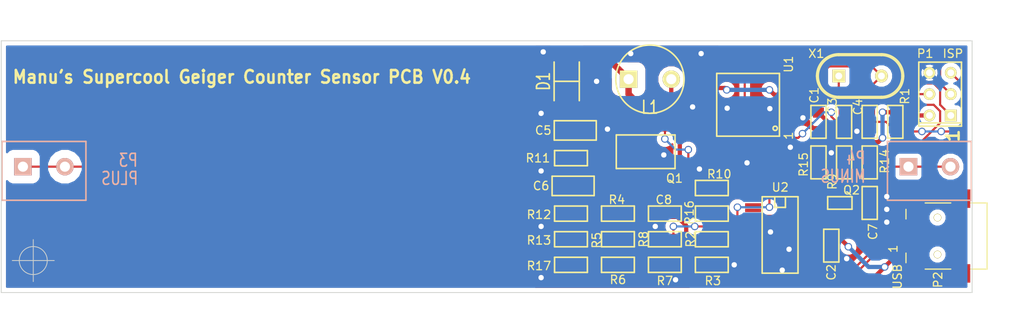
<source format=kicad_pcb>
(kicad_pcb (version 3) (host pcbnew "(22-Jun-2014 BZR 4027)-stable")

  (general
    (links 104)
    (no_connects 0)
    (area 108.240829 110.053001 234.948999 149.385)
    (thickness 1.6)
    (drawings 11)
    (tracks 256)
    (zones 0)
    (modules 65)
    (nets 30)
  )

  (page A3)
  (layers
    (15 F.Cu signal)
    (0 B.Cu signal hide)
    (16 B.Adhes user)
    (17 F.Adhes user)
    (18 B.Paste user)
    (19 F.Paste user)
    (20 B.SilkS user)
    (21 F.SilkS user)
    (22 B.Mask user)
    (23 F.Mask user)
    (24 Dwgs.User user)
    (25 Cmts.User user)
    (26 Eco1.User user)
    (27 Eco2.User user)
    (28 Edge.Cuts user)
  )

  (setup
    (last_trace_width 0.254)
    (user_trace_width 0.254)
    (trace_clearance 0.2032)
    (zone_clearance 0.508)
    (zone_45_only no)
    (trace_min 0.254)
    (segment_width 0.2)
    (edge_width 0.1)
    (via_size 0.889)
    (via_drill 0.635)
    (via_min_size 0.889)
    (via_min_drill 0.508)
    (uvia_size 0.508)
    (uvia_drill 0.127)
    (uvias_allowed no)
    (uvia_min_size 0.508)
    (uvia_min_drill 0.127)
    (pcb_text_width 0.3)
    (pcb_text_size 1.5 1.5)
    (mod_edge_width 0.15)
    (mod_text_size 1 1)
    (mod_text_width 0.15)
    (pad_size 1.19888 1.29794)
    (pad_drill 0)
    (pad_to_mask_clearance 0)
    (aux_axis_origin 0 0)
    (visible_elements FFFFFFBF)
    (pcbplotparams
      (layerselection 271613953)
      (usegerberextensions true)
      (excludeedgelayer true)
      (linewidth 0.150000)
      (plotframeref false)
      (viasonmask false)
      (mode 1)
      (useauxorigin false)
      (hpglpennumber 1)
      (hpglpenspeed 20)
      (hpglpendiameter 15)
      (hpglpenoverlay 2)
      (psnegative false)
      (psa4output false)
      (plotreference true)
      (plotvalue true)
      (plotothertext true)
      (plotinvisibletext false)
      (padsonsilk false)
      (subtractmaskfromsilk false)
      (outputformat 1)
      (mirror false)
      (drillshape 0)
      (scaleselection 1)
      (outputdirectory production))
  )

  (net 0 "")
  (net 1 /ADC)
  (net 2 /DM)
  (net 3 /DP)
  (net 4 /H1)
  (net 5 /H2)
  (net 6 /H3)
  (net 7 /H4)
  (net 8 /H5)
  (net 9 /H6)
  (net 10 /H7)
  (net 11 /H8)
  (net 12 /MINUS)
  (net 13 /MISO)
  (net 14 /MOSI)
  (net 15 /PLUS)
  (net 16 /PULSE)
  (net 17 /PWM)
  (net 18 /RESET)
  (net 19 /RXD)
  (net 20 /SCK)
  (net 21 /TXD)
  (net 22 /TXD33)
  (net 23 /XTAL1)
  (net 24 /XTAL2)
  (net 25 GND)
  (net 26 N-0000024)
  (net 27 N-0000060)
  (net 28 N-0000062)
  (net 29 VCC)

  (net_class Default "This is the default net class."
    (clearance 0.2032)
    (trace_width 0.254)
    (via_dia 0.889)
    (via_drill 0.635)
    (uvia_dia 0.508)
    (uvia_drill 0.127)
    (add_net "")
    (add_net /ADC)
    (add_net /DM)
    (add_net /DP)
    (add_net /MISO)
    (add_net /MOSI)
    (add_net /PULSE)
    (add_net /PWM)
    (add_net /RESET)
    (add_net /RXD)
    (add_net /SCK)
    (add_net /TXD)
    (add_net /TXD33)
    (add_net /XTAL1)
    (add_net /XTAL2)
    (add_net N-0000024)
    (add_net N-0000060)
    (add_net N-0000062)
  )

  (net_class highvolt ""
    (clearance 0.9652)
    (trace_width 0.254)
    (via_dia 0.889)
    (via_drill 0.635)
    (uvia_dia 0.508)
    (uvia_drill 0.127)
    (add_net /H3)
    (add_net /H4)
    (add_net /H5)
    (add_net /H6)
    (add_net /H7)
    (add_net /H8)
    (add_net /PLUS)
  )

  (net_class hivoltfat ""
    (clearance 0.9652)
    (trace_width 0.762)
    (via_dia 0.889)
    (via_drill 0.635)
    (uvia_dia 0.508)
    (uvia_drill 0.127)
    (add_net /H1)
    (add_net /H2)
  )

  (net_class medvolt ""
    (clearance 0.508)
    (trace_width 0.254)
    (via_dia 0.889)
    (via_drill 0.635)
    (uvia_dia 0.508)
    (uvia_drill 0.127)
    (add_net /MINUS)
  )

  (net_class power ""
    (clearance 0.254)
    (trace_width 0.508)
    (via_dia 0.889)
    (via_drill 0.635)
    (uvia_dia 0.508)
    (uvia_drill 0.127)
    (add_net GND)
    (add_net VCC)
  )

  (module X_2_L200 (layer F.Cu) (tedit 5427F36E) (tstamp 54247EF3)
    (at 211.455 118.745)
    (path /54246B2E)
    (fp_text reference X1 (at -5.207 -2.667) (layer F.SilkS)
      (effects (font (size 1 1) (thickness 0.15)))
    )
    (fp_text value 7.3728MHz (at 0 7.2644) (layer F.SilkS) hide
      (effects (font (size 1.524 1.524) (thickness 0.3048)))
    )
    (fp_arc (start -2.54 0) (end -5.08 0) (angle 90) (layer F.SilkS) (width 0.381))
    (fp_arc (start -2.54 0) (end -2.54 2.54) (angle 90) (layer F.SilkS) (width 0.381))
    (fp_arc (start 2.54 0) (end 5.08 0) (angle 90) (layer F.SilkS) (width 0.381))
    (fp_arc (start 2.54 0) (end 2.54 -2.54) (angle 90) (layer F.SilkS) (width 0.381))
    (fp_line (start 2.54 2.54) (end -2.54 2.54) (layer F.SilkS) (width 0.381))
    (fp_line (start -2.54 -2.54) (end 2.54 -2.54) (layer F.SilkS) (width 0.381))
    (pad 1 thru_hole rect (at -2.54 0) (size 1.524 1.524) (drill 0.8128)
      (layers *.Cu *.Mask F.SilkS)
      (net 23 /XTAL1)
    )
    (pad 2 thru_hole circle (at 2.54 0) (size 1.524 1.524) (drill 0.8128)
      (layers *.Cu *.Mask F.SilkS)
      (net 24 /XTAL2)
    )
  )

  (module U_32_TQFP80L (layer F.Cu) (tedit 5427F43A) (tstamp 54247F1C)
    (at 198.12 122.174 90)
    (descr "Module TQFP80L, 32 Pins")
    (tags TQFP80L)
    (path /54172BA4)
    (fp_text reference U1 (at 4.826 4.826 90) (layer F.SilkS)
      (effects (font (size 1 1) (thickness 0.15)))
    )
    (fp_text value ATMEGA48SMT (at 0 -0.0762 90) (layer F.SilkS) hide
      (effects (font (size 1.524 1.143) (thickness 0.1905)))
    )
    (fp_line (start -3.7338 -3.7338) (end 3.7338 -3.7338) (layer F.SilkS) (width 0.1905))
    (fp_line (start 3.7338 -3.7338) (end 3.7338 3.7338) (layer F.SilkS) (width 0.1905))
    (fp_line (start 3.7338 3.7338) (end -3.7338 3.7338) (layer F.SilkS) (width 0.1905))
    (fp_line (start -3.7338 3.7338) (end -3.7338 -3.7338) (layer F.SilkS) (width 0.1905))
    (fp_circle (center -2.79908 3.2258) (end -2.54508 3.2258) (layer F.SilkS) (width 0.1905))
    (pad 1 smd rect (at -2.79908 4.65836 90) (size 0.5334 1.6002)
      (layers F.Cu F.Paste F.Mask)
    )
    (pad 2 smd rect (at -1.99898 4.65836 90) (size 0.5334 1.6002)
      (layers F.Cu F.Paste F.Mask)
    )
    (pad 3 smd rect (at -1.19888 4.65836 90) (size 0.5334 1.6002)
      (layers F.Cu F.Paste F.Mask)
      (net 25 GND)
    )
    (pad 4 smd rect (at -0.39878 4.65836 90) (size 0.5334 1.6002)
      (layers F.Cu F.Paste F.Mask)
      (net 29 VCC)
    )
    (pad 5 smd rect (at 0.39878 4.65836 90) (size 0.5334 1.6002)
      (layers F.Cu F.Paste F.Mask)
      (net 25 GND)
    )
    (pad 6 smd rect (at 1.19888 4.65836 90) (size 0.5334 1.6002)
      (layers F.Cu F.Paste F.Mask)
      (net 29 VCC)
    )
    (pad 7 smd rect (at 1.99898 4.65836 90) (size 0.5334 1.6002)
      (layers F.Cu F.Paste F.Mask)
      (net 23 /XTAL1)
    )
    (pad 8 smd rect (at 2.79908 4.65836 90) (size 0.5334 1.6002)
      (layers F.Cu F.Paste F.Mask)
      (net 24 /XTAL2)
    )
    (pad 9 smd rect (at 4.65836 2.79908 90) (size 1.6002 0.5334)
      (layers F.Cu F.Paste F.Mask)
      (net 16 /PULSE)
    )
    (pad 10 smd rect (at 4.65836 1.99898 90) (size 1.6002 0.5334)
      (layers F.Cu F.Paste F.Mask)
    )
    (pad 11 smd rect (at 4.65836 1.19888 90) (size 1.6002 0.5334)
      (layers F.Cu F.Paste F.Mask)
    )
    (pad 12 smd rect (at 4.65836 0.39878 90) (size 1.6002 0.5334)
      (layers F.Cu F.Paste F.Mask)
    )
    (pad 13 smd rect (at 4.65836 -0.39878 90) (size 1.6002 0.5334)
      (layers F.Cu F.Paste F.Mask)
      (net 17 /PWM)
    )
    (pad 14 smd rect (at 4.65836 -1.19888 90) (size 1.6002 0.5334)
      (layers F.Cu F.Paste F.Mask)
    )
    (pad 15 smd rect (at 4.65836 -1.99898 90) (size 1.6002 0.5334)
      (layers F.Cu F.Paste F.Mask)
      (net 14 /MOSI)
    )
    (pad 16 smd rect (at 4.65836 -2.79908 90) (size 1.6002 0.5334)
      (layers F.Cu F.Paste F.Mask)
      (net 13 /MISO)
    )
    (pad 17 smd rect (at 2.79908 -4.65836 90) (size 0.5334 1.6002)
      (layers F.Cu F.Paste F.Mask)
      (net 20 /SCK)
    )
    (pad 18 smd rect (at 1.99898 -4.65836 90) (size 0.5334 1.6002)
      (layers F.Cu F.Paste F.Mask)
      (net 29 VCC)
    )
    (pad 19 smd rect (at 1.19888 -4.65836 90) (size 0.5334 1.6002)
      (layers F.Cu F.Paste F.Mask)
    )
    (pad 20 smd rect (at 0.39878 -4.65836 90) (size 0.5334 1.6002)
      (layers F.Cu F.Paste F.Mask)
    )
    (pad 21 smd rect (at -0.39878 -4.65836 90) (size 0.5334 1.6002)
      (layers F.Cu F.Paste F.Mask)
      (net 25 GND)
    )
    (pad 22 smd rect (at -1.19888 -4.65836 90) (size 0.5334 1.6002)
      (layers F.Cu F.Paste F.Mask)
      (net 1 /ADC)
    )
    (pad 23 smd rect (at -1.99898 -4.65836 90) (size 0.5334 1.6002)
      (layers F.Cu F.Paste F.Mask)
    )
    (pad 24 smd rect (at -2.79908 -4.65836 90) (size 0.5334 1.6002)
      (layers F.Cu F.Paste F.Mask)
    )
    (pad 25 smd rect (at -4.65836 -2.79908 90) (size 1.6002 0.5334)
      (layers F.Cu F.Paste F.Mask)
    )
    (pad 26 smd rect (at -4.65836 -1.99898 90) (size 1.6002 0.5334)
      (layers F.Cu F.Paste F.Mask)
    )
    (pad 27 smd rect (at -4.65836 -1.19888 90) (size 1.6002 0.5334)
      (layers F.Cu F.Paste F.Mask)
    )
    (pad 28 smd rect (at -4.65836 -0.39878 90) (size 1.6002 0.5334)
      (layers F.Cu F.Paste F.Mask)
    )
    (pad 29 smd rect (at -4.65836 0.39878 90) (size 1.6002 0.5334)
      (layers F.Cu F.Paste F.Mask)
      (net 18 /RESET)
    )
    (pad 30 smd rect (at -4.65836 1.19888 90) (size 1.6002 0.5334)
      (layers F.Cu F.Paste F.Mask)
      (net 19 /RXD)
    )
    (pad 31 smd rect (at -4.65836 1.99898 90) (size 1.6002 0.5334)
      (layers F.Cu F.Paste F.Mask)
      (net 21 /TXD)
    )
    (pad 32 smd rect (at -4.65836 2.79908 90) (size 1.6002 0.5334)
      (layers F.Cu F.Paste F.Mask)
    )
  )

  (module U_28_SSOP65 (layer F.Cu) (tedit 5427F432) (tstamp 54247F43)
    (at 201.93 137.668 270)
    (descr "Module SSOP65, 28 Pins")
    (tags SSOP65)
    (path /54172B6E)
    (fp_text reference U2 (at -5.67182 -0.01524 360) (layer F.SilkS)
      (effects (font (size 1 1) (thickness 0.15)))
    )
    (fp_text value PL2303 (at 3.63982 0 270) (layer F.SilkS) hide
      (effects (font (size 1.524 1.143) (thickness 0.1905)))
    )
    (fp_line (start -4.54914 -2.1336) (end 4.54914 -2.1336) (layer F.SilkS) (width 0.1905))
    (fp_line (start 4.54914 -2.1336) (end 4.54914 2.1336) (layer F.SilkS) (width 0.1905))
    (fp_line (start 4.54914 2.1336) (end -4.54914 2.1336) (layer F.SilkS) (width 0.1905))
    (fp_line (start -4.54914 2.1336) (end -4.54914 -2.1336) (layer F.SilkS) (width 0.1905))
    (fp_line (start -4.54914 -0.635) (end -3.27914 -0.635) (layer F.SilkS) (width 0.1905))
    (fp_line (start -3.27914 -0.635) (end -3.27914 0.635) (layer F.SilkS) (width 0.1905))
    (fp_line (start -3.27914 0.635) (end -4.54914 0.635) (layer F.SilkS) (width 0.1905))
    (pad 1 smd rect (at -4.22402 3.21056 270) (size 0.4064 1.905)
      (layers F.Cu F.Paste F.Mask)
      (net 19 /RXD)
    )
    (pad 2 smd rect (at -3.57378 3.21056 270) (size 0.4064 1.905)
      (layers F.Cu F.Paste F.Mask)
    )
    (pad 3 smd rect (at -2.92354 3.21056 270) (size 0.4064 1.905)
      (layers F.Cu F.Paste F.Mask)
    )
    (pad 4 smd rect (at -2.2733 3.21056 270) (size 0.4064 1.905)
      (layers F.Cu F.Paste F.Mask)
      (net 26 N-0000024)
    )
    (pad 5 smd rect (at -1.62306 3.21056 270) (size 0.4064 1.905)
      (layers F.Cu F.Paste F.Mask)
      (net 22 /TXD33)
    )
    (pad 6 smd rect (at -0.97282 3.21056 270) (size 0.4064 1.905)
      (layers F.Cu F.Paste F.Mask)
    )
    (pad 7 smd rect (at -0.32258 3.21056 270) (size 0.4064 1.905)
      (layers F.Cu F.Paste F.Mask)
      (net 25 GND)
      (clearance 0.2032)
    )
    (pad 8 smd rect (at 0.32258 3.21056 270) (size 0.4064 1.905)
      (layers F.Cu F.Paste F.Mask)
    )
    (pad 9 smd rect (at 0.97282 3.21056 270) (size 0.4064 1.905)
      (layers F.Cu F.Paste F.Mask)
    )
    (pad 10 smd rect (at 1.62306 3.21056 270) (size 0.4064 1.905)
      (layers F.Cu F.Paste F.Mask)
    )
    (pad 11 smd rect (at 2.2733 3.21056 270) (size 0.4064 1.905)
      (layers F.Cu F.Paste F.Mask)
    )
    (pad 12 smd rect (at 2.92354 3.21056 270) (size 0.4064 1.905)
      (layers F.Cu F.Paste F.Mask)
    )
    (pad 13 smd rect (at 3.57378 3.21056 270) (size 0.4064 1.905)
      (layers F.Cu F.Paste F.Mask)
    )
    (pad 14 smd rect (at 4.22402 3.21056 270) (size 0.4064 1.905)
      (layers F.Cu F.Paste F.Mask)
    )
    (pad 15 smd rect (at 4.22402 -3.21056 270) (size 0.4064 1.905)
      (layers F.Cu F.Paste F.Mask)
      (net 3 /DP)
    )
    (pad 16 smd rect (at 3.57378 -3.21056 270) (size 0.4064 1.905)
      (layers F.Cu F.Paste F.Mask)
      (net 2 /DM)
    )
    (pad 17 smd rect (at 2.92354 -3.21056 270) (size 0.4064 1.905)
      (layers F.Cu F.Paste F.Mask)
      (net 26 N-0000024)
    )
    (pad 18 smd rect (at 2.2733 -3.21056 270) (size 0.4064 1.905)
      (layers F.Cu F.Paste F.Mask)
      (net 25 GND)
      (clearance 0.2032)
    )
    (pad 19 smd rect (at 1.62306 -3.21056 270) (size 0.4064 1.905)
      (layers F.Cu F.Paste F.Mask)
    )
    (pad 20 smd rect (at 0.97282 -3.21056 270) (size 0.4064 1.905)
      (layers F.Cu F.Paste F.Mask)
      (net 29 VCC)
      (clearance 0.2032)
    )
    (pad 21 smd rect (at 0.32258 -3.21056 270) (size 0.4064 1.905)
      (layers F.Cu F.Paste F.Mask)
    )
    (pad 22 smd rect (at -0.32258 -3.21056 270) (size 0.4064 1.905)
      (layers F.Cu F.Paste F.Mask)
    )
    (pad 23 smd rect (at -0.97282 -3.21056 270) (size 0.4064 1.905)
      (layers F.Cu F.Paste F.Mask)
    )
    (pad 24 smd rect (at -1.62306 -3.21056 270) (size 0.4064 1.905)
      (layers F.Cu F.Paste F.Mask)
    )
    (pad 25 smd rect (at -2.2733 -3.21056 270) (size 0.4064 1.905)
      (layers F.Cu F.Paste F.Mask)
      (net 25 GND)
      (clearance 0.2032)
    )
    (pad 26 smd rect (at -2.92354 -3.21056 270) (size 0.4064 1.905)
      (layers F.Cu F.Paste F.Mask)
    )
    (pad 27 smd rect (at -3.57378 -3.21056 270) (size 0.4064 1.905)
      (layers F.Cu F.Paste F.Mask)
    )
    (pad 28 smd rect (at -4.22402 -3.21056 270) (size 0.4064 1.905)
      (layers F.Cu F.Paste F.Mask)
    )
  )

  (module R_SMT0805 (layer F.Cu) (tedit 5427EA41) (tstamp 54247F4D)
    (at 177.038 135.128 180)
    (descr "Module R_SMT0805, length 3400 pad length 1200 width 1300")
    (path /54247A27)
    (fp_text reference R12 (at 3.81 -0.127 180) (layer F.SilkS)
      (effects (font (size 1 1) (thickness 0.15)))
    )
    (fp_text value 1.5M (at 0 -2.1717 180) (layer F.SilkS) hide
      (effects (font (size 1.524 1.143) (thickness 0.1905)))
    )
    (fp_line (start -1.95326 0.9017) (end 1.95326 0.9017) (layer F.SilkS) (width 0.1905))
    (fp_line (start 1.95326 0.9017) (end 1.95326 -0.9017) (layer F.SilkS) (width 0.1905))
    (fp_line (start 1.95326 -0.9017) (end -1.95326 -0.9017) (layer F.SilkS) (width 0.1905))
    (fp_line (start -1.95326 -0.9017) (end -1.95326 0.9017) (layer F.SilkS) (width 0.1905))
    (pad 1 smd rect (at -1.09982 0 180) (size 1.19888 1.29794)
      (layers F.Cu F.Paste F.Mask)
      (net 6 /H3)
    )
    (pad 2 smd rect (at 1.09982 0 180) (size 1.19888 1.29794)
      (layers F.Cu F.Paste F.Mask)
      (net 7 /H4)
    )
  )

  (module R_SMT0805 (layer F.Cu) (tedit 542854D4) (tstamp 54247F57)
    (at 215.646 124.206 270)
    (descr "Module R_SMT0805, length 3400 pad length 1200 width 1300")
    (path /542470D5)
    (fp_text reference R1 (at -3.048 -1.143 270) (layer F.SilkS)
      (effects (font (size 1 1) (thickness 0.15)))
    )
    (fp_text value 10k (at 0 -2.1717 270) (layer F.SilkS) hide
      (effects (font (size 1.524 1.143) (thickness 0.1905)))
    )
    (fp_line (start -1.95326 0.9017) (end 1.95326 0.9017) (layer F.SilkS) (width 0.1905))
    (fp_line (start 1.95326 0.9017) (end 1.95326 -0.9017) (layer F.SilkS) (width 0.1905))
    (fp_line (start 1.95326 -0.9017) (end -1.95326 -0.9017) (layer F.SilkS) (width 0.1905))
    (fp_line (start -1.95326 -0.9017) (end -1.95326 0.9017) (layer F.SilkS) (width 0.1905))
    (pad 1 smd rect (at -1.09982 0 270) (size 1.19888 1.29794)
      (layers F.Cu F.Paste F.Mask)
      (net 29 VCC)
    )
    (pad 2 smd rect (at 1.09982 0 270) (size 1.19888 1.29794)
      (layers F.Cu F.Paste F.Mask)
      (net 18 /RESET)
    )
  )

  (module R_SMT0805 (layer F.Cu) (tedit 542854A0) (tstamp 54247F61)
    (at 188.214 138.176)
    (descr "Module R_SMT0805, length 3400 pad length 1200 width 1300")
    (path /54174A14)
    (fp_text reference R8 (at -2.54 0 90) (layer F.SilkS)
      (effects (font (size 1 1) (thickness 0.15)))
    )
    (fp_text value 9.1k (at 0 -2.1717) (layer F.SilkS) hide
      (effects (font (size 1.524 1.143) (thickness 0.1905)))
    )
    (fp_line (start -1.95326 0.9017) (end 1.95326 0.9017) (layer F.SilkS) (width 0.1905))
    (fp_line (start 1.95326 0.9017) (end 1.95326 -0.9017) (layer F.SilkS) (width 0.1905))
    (fp_line (start 1.95326 -0.9017) (end -1.95326 -0.9017) (layer F.SilkS) (width 0.1905))
    (fp_line (start -1.95326 -0.9017) (end -1.95326 0.9017) (layer F.SilkS) (width 0.1905))
    (pad 1 smd rect (at -1.09982 0) (size 1.19888 1.29794)
      (layers F.Cu F.Paste F.Mask)
      (net 25 GND)
    )
    (pad 2 smd rect (at 1.09982 0) (size 1.19888 1.29794)
      (layers F.Cu F.Paste F.Mask)
      (net 1 /ADC)
    )
  )

  (module R_SMT0805 (layer F.Cu) (tedit 5427EAD9) (tstamp 54247F6B)
    (at 188.214 141.224 180)
    (descr "Module R_SMT0805, length 3400 pad length 1200 width 1300")
    (path /54174845)
    (fp_text reference R7 (at 0 -1.905 180) (layer F.SilkS)
      (effects (font (size 1 1) (thickness 0.15)))
    )
    (fp_text value 1.2M (at 0 -2.1717 180) (layer F.SilkS) hide
      (effects (font (size 1.524 1.143) (thickness 0.1905)))
    )
    (fp_line (start -1.95326 0.9017) (end 1.95326 0.9017) (layer F.SilkS) (width 0.1905))
    (fp_line (start 1.95326 0.9017) (end 1.95326 -0.9017) (layer F.SilkS) (width 0.1905))
    (fp_line (start 1.95326 -0.9017) (end -1.95326 -0.9017) (layer F.SilkS) (width 0.1905))
    (fp_line (start -1.95326 -0.9017) (end -1.95326 0.9017) (layer F.SilkS) (width 0.1905))
    (pad 1 smd rect (at -1.09982 0 180) (size 1.19888 1.29794)
      (layers F.Cu F.Paste F.Mask)
      (net 1 /ADC)
    )
    (pad 2 smd rect (at 1.09982 0 180) (size 1.19888 1.29794)
      (layers F.Cu F.Paste F.Mask)
      (net 11 /H8)
    )
  )

  (module R_SMT0805 (layer F.Cu) (tedit 5427EADC) (tstamp 54247F75)
    (at 182.626 141.224 180)
    (descr "Module R_SMT0805, length 3400 pad length 1200 width 1300")
    (path /5417483F)
    (fp_text reference R6 (at 0 -1.778 180) (layer F.SilkS)
      (effects (font (size 1 1) (thickness 0.15)))
    )
    (fp_text value 1.2M (at 0 -2.1717 180) (layer F.SilkS) hide
      (effects (font (size 1.524 1.143) (thickness 0.1905)))
    )
    (fp_line (start -1.95326 0.9017) (end 1.95326 0.9017) (layer F.SilkS) (width 0.1905))
    (fp_line (start 1.95326 0.9017) (end 1.95326 -0.9017) (layer F.SilkS) (width 0.1905))
    (fp_line (start 1.95326 -0.9017) (end -1.95326 -0.9017) (layer F.SilkS) (width 0.1905))
    (fp_line (start -1.95326 -0.9017) (end -1.95326 0.9017) (layer F.SilkS) (width 0.1905))
    (pad 1 smd rect (at -1.09982 0 180) (size 1.19888 1.29794)
      (layers F.Cu F.Paste F.Mask)
      (net 11 /H8)
    )
    (pad 2 smd rect (at 1.09982 0 180) (size 1.19888 1.29794)
      (layers F.Cu F.Paste F.Mask)
      (net 10 /H7)
    )
  )

  (module R_SMT0805 (layer F.Cu) (tedit 5427EACB) (tstamp 54247F7F)
    (at 182.626 135.128 180)
    (descr "Module R_SMT0805, length 3400 pad length 1200 width 1300")
    (path /54174839)
    (fp_text reference R4 (at 0.127 1.651 180) (layer F.SilkS)
      (effects (font (size 1 1) (thickness 0.15)))
    )
    (fp_text value 1.2M (at 0 -2.1717 180) (layer F.SilkS) hide
      (effects (font (size 1.524 1.143) (thickness 0.1905)))
    )
    (fp_line (start -1.95326 0.9017) (end 1.95326 0.9017) (layer F.SilkS) (width 0.1905))
    (fp_line (start 1.95326 0.9017) (end 1.95326 -0.9017) (layer F.SilkS) (width 0.1905))
    (fp_line (start 1.95326 -0.9017) (end -1.95326 -0.9017) (layer F.SilkS) (width 0.1905))
    (fp_line (start -1.95326 -0.9017) (end -1.95326 0.9017) (layer F.SilkS) (width 0.1905))
    (pad 1 smd rect (at -1.09982 0 180) (size 1.19888 1.29794)
      (layers F.Cu F.Paste F.Mask)
      (net 9 /H6)
    )
    (pad 2 smd rect (at 1.09982 0 180) (size 1.19888 1.29794)
      (layers F.Cu F.Paste F.Mask)
      (net 6 /H3)
    )
  )

  (module R_SMT0805 (layer F.Cu) (tedit 54285499) (tstamp 54247F89)
    (at 182.626 138.176)
    (descr "Module R_SMT0805, length 3400 pad length 1200 width 1300")
    (path /54174829)
    (fp_text reference R5 (at -2.54 0.127 90) (layer F.SilkS)
      (effects (font (size 1 1) (thickness 0.15)))
    )
    (fp_text value 1.2M (at 0 -2.1717) (layer F.SilkS) hide
      (effects (font (size 1.524 1.143) (thickness 0.1905)))
    )
    (fp_line (start -1.95326 0.9017) (end 1.95326 0.9017) (layer F.SilkS) (width 0.1905))
    (fp_line (start 1.95326 0.9017) (end 1.95326 -0.9017) (layer F.SilkS) (width 0.1905))
    (fp_line (start 1.95326 -0.9017) (end -1.95326 -0.9017) (layer F.SilkS) (width 0.1905))
    (fp_line (start -1.95326 -0.9017) (end -1.95326 0.9017) (layer F.SilkS) (width 0.1905))
    (pad 1 smd rect (at -1.09982 0) (size 1.19888 1.29794)
      (layers F.Cu F.Paste F.Mask)
      (net 10 /H7)
    )
    (pad 2 smd rect (at 1.09982 0) (size 1.19888 1.29794)
      (layers F.Cu F.Paste F.Mask)
      (net 9 /H6)
    )
  )

  (module R_SMT0805 (layer F.Cu) (tedit 5427F364) (tstamp 54247F93)
    (at 209.55 129.032 90)
    (descr "Module R_SMT0805, length 3400 pad length 1200 width 1300")
    (path /54174751)
    (fp_text reference R9 (at -2.286 -1.397 90) (layer F.SilkS)
      (effects (font (size 1 1) (thickness 0.15)))
    )
    (fp_text value 10k (at 0 -2.1717 90) (layer F.SilkS) hide
      (effects (font (size 1.524 1.143) (thickness 0.1905)))
    )
    (fp_line (start -1.95326 0.9017) (end 1.95326 0.9017) (layer F.SilkS) (width 0.1905))
    (fp_line (start 1.95326 0.9017) (end 1.95326 -0.9017) (layer F.SilkS) (width 0.1905))
    (fp_line (start 1.95326 -0.9017) (end -1.95326 -0.9017) (layer F.SilkS) (width 0.1905))
    (fp_line (start -1.95326 -0.9017) (end -1.95326 0.9017) (layer F.SilkS) (width 0.1905))
    (pad 1 smd rect (at -1.09982 0 90) (size 1.19888 1.29794)
      (layers F.Cu F.Paste F.Mask)
      (net 16 /PULSE)
    )
    (pad 2 smd rect (at 1.09982 0 90) (size 1.19888 1.29794)
      (layers F.Cu F.Paste F.Mask)
      (net 29 VCC)
    )
  )

  (module R_SMT0805 (layer F.Cu) (tedit 5427F298) (tstamp 54247F9D)
    (at 206.502 129.032 270)
    (descr "Module R_SMT0805, length 3400 pad length 1200 width 1300")
    (path /5417457B)
    (fp_text reference R15 (at 0.254 1.778 270) (layer F.SilkS)
      (effects (font (size 1 1) (thickness 0.15)))
    )
    (fp_text value 100k (at 0 -2.1717 270) (layer F.SilkS) hide
      (effects (font (size 1.524 1.143) (thickness 0.1905)))
    )
    (fp_line (start -1.95326 0.9017) (end 1.95326 0.9017) (layer F.SilkS) (width 0.1905))
    (fp_line (start 1.95326 0.9017) (end 1.95326 -0.9017) (layer F.SilkS) (width 0.1905))
    (fp_line (start 1.95326 -0.9017) (end -1.95326 -0.9017) (layer F.SilkS) (width 0.1905))
    (fp_line (start -1.95326 -0.9017) (end -1.95326 0.9017) (layer F.SilkS) (width 0.1905))
    (pad 1 smd rect (at -1.09982 0 270) (size 1.19888 1.29794)
      (layers F.Cu F.Paste F.Mask)
      (net 25 GND)
    )
    (pad 2 smd rect (at 1.09982 0 270) (size 1.19888 1.29794)
      (layers F.Cu F.Paste F.Mask)
      (net 27 N-0000060)
    )
  )

  (module R_SMT0805 (layer F.Cu) (tedit 5427F381) (tstamp 54247FA7)
    (at 212.598 129.032 270)
    (descr "Module R_SMT0805, length 3400 pad length 1200 width 1300")
    (path /54174570)
    (fp_text reference R14 (at -0.127 -1.778 270) (layer F.SilkS)
      (effects (font (size 1 1) (thickness 0.15)))
    )
    (fp_text value 1.5k (at 0 -2.1717 270) (layer F.SilkS) hide
      (effects (font (size 1.524 1.143) (thickness 0.1905)))
    )
    (fp_line (start -1.95326 0.9017) (end 1.95326 0.9017) (layer F.SilkS) (width 0.1905))
    (fp_line (start 1.95326 0.9017) (end 1.95326 -0.9017) (layer F.SilkS) (width 0.1905))
    (fp_line (start 1.95326 -0.9017) (end -1.95326 -0.9017) (layer F.SilkS) (width 0.1905))
    (fp_line (start -1.95326 -0.9017) (end -1.95326 0.9017) (layer F.SilkS) (width 0.1905))
    (pad 1 smd rect (at -1.09982 0 270) (size 1.19888 1.29794)
      (layers F.Cu F.Paste F.Mask)
      (net 27 N-0000060)
    )
    (pad 2 smd rect (at 1.09982 0 270) (size 1.19888 1.29794)
      (layers F.Cu F.Paste F.Mask)
      (net 12 /MINUS)
    )
  )

  (module R_SMT0805 (layer F.Cu) (tedit 542854AA) (tstamp 54247FB1)
    (at 193.802 135.128 180)
    (descr "Module R_SMT0805, length 3400 pad length 1200 width 1300")
    (path /54174339)
    (fp_text reference R16 (at 2.667 0.127 270) (layer F.SilkS)
      (effects (font (size 1 1) (thickness 0.15)))
    )
    (fp_text value 820 (at 0 -2.1717 180) (layer F.SilkS) hide
      (effects (font (size 1.524 1.143) (thickness 0.1905)))
    )
    (fp_line (start -1.95326 0.9017) (end 1.95326 0.9017) (layer F.SilkS) (width 0.1905))
    (fp_line (start 1.95326 0.9017) (end 1.95326 -0.9017) (layer F.SilkS) (width 0.1905))
    (fp_line (start 1.95326 -0.9017) (end -1.95326 -0.9017) (layer F.SilkS) (width 0.1905))
    (fp_line (start -1.95326 -0.9017) (end -1.95326 0.9017) (layer F.SilkS) (width 0.1905))
    (pad 1 smd rect (at -1.09982 0 180) (size 1.19888 1.29794)
      (layers F.Cu F.Paste F.Mask)
      (net 25 GND)
    )
    (pad 2 smd rect (at 1.09982 0 180) (size 1.19888 1.29794)
      (layers F.Cu F.Paste F.Mask)
      (net 28 N-0000062)
    )
  )

  (module R_SMT0805 (layer F.Cu) (tedit 542854A5) (tstamp 54247FBB)
    (at 193.802 138.176 180)
    (descr "Module R_SMT0805, length 3400 pad length 1200 width 1300")
    (path /54173663)
    (fp_text reference R2 (at 2.54 0 270) (layer F.SilkS)
      (effects (font (size 1 1) (thickness 0.15)))
    )
    (fp_text value 1.2k (at 0 -2.1717 180) (layer F.SilkS) hide
      (effects (font (size 1.524 1.143) (thickness 0.1905)))
    )
    (fp_line (start -1.95326 0.9017) (end 1.95326 0.9017) (layer F.SilkS) (width 0.1905))
    (fp_line (start 1.95326 0.9017) (end 1.95326 -0.9017) (layer F.SilkS) (width 0.1905))
    (fp_line (start 1.95326 -0.9017) (end -1.95326 -0.9017) (layer F.SilkS) (width 0.1905))
    (fp_line (start -1.95326 -0.9017) (end -1.95326 0.9017) (layer F.SilkS) (width 0.1905))
    (pad 1 smd rect (at -1.09982 0 180) (size 1.19888 1.29794)
      (layers F.Cu F.Paste F.Mask)
      (net 22 /TXD33)
    )
    (pad 2 smd rect (at 1.09982 0 180) (size 1.19888 1.29794)
      (layers F.Cu F.Paste F.Mask)
      (net 21 /TXD)
    )
  )

  (module R_SMT0805 (layer F.Cu) (tedit 5427EB07) (tstamp 54247FC5)
    (at 193.802 141.224)
    (descr "Module R_SMT0805, length 3400 pad length 1200 width 1300")
    (path /54173670)
    (fp_text reference R3 (at 0.127 1.905) (layer F.SilkS)
      (effects (font (size 1 1) (thickness 0.15)))
    )
    (fp_text value 2.2k (at 0 -2.1717) (layer F.SilkS) hide
      (effects (font (size 1.524 1.143) (thickness 0.1905)))
    )
    (fp_line (start -1.95326 0.9017) (end 1.95326 0.9017) (layer F.SilkS) (width 0.1905))
    (fp_line (start 1.95326 0.9017) (end 1.95326 -0.9017) (layer F.SilkS) (width 0.1905))
    (fp_line (start 1.95326 -0.9017) (end -1.95326 -0.9017) (layer F.SilkS) (width 0.1905))
    (fp_line (start -1.95326 -0.9017) (end -1.95326 0.9017) (layer F.SilkS) (width 0.1905))
    (pad 1 smd rect (at -1.09982 0) (size 1.19888 1.29794)
      (layers F.Cu F.Paste F.Mask)
      (net 22 /TXD33)
    )
    (pad 2 smd rect (at 1.09982 0) (size 1.19888 1.29794)
      (layers F.Cu F.Paste F.Mask)
      (net 25 GND)
    )
  )

  (module R_SMT0805 (layer F.Cu) (tedit 542854B1) (tstamp 54247FCF)
    (at 193.802 132.08)
    (descr "Module R_SMT0805, length 3400 pad length 1200 width 1300")
    (path /541742FA)
    (fp_text reference R10 (at 0.889 -1.651) (layer F.SilkS)
      (effects (font (size 1 1) (thickness 0.15)))
    )
    (fp_text value 820 (at 0 -2.1717) (layer F.SilkS) hide
      (effects (font (size 1.524 1.143) (thickness 0.1905)))
    )
    (fp_line (start -1.95326 0.9017) (end 1.95326 0.9017) (layer F.SilkS) (width 0.1905))
    (fp_line (start 1.95326 0.9017) (end 1.95326 -0.9017) (layer F.SilkS) (width 0.1905))
    (fp_line (start 1.95326 -0.9017) (end -1.95326 -0.9017) (layer F.SilkS) (width 0.1905))
    (fp_line (start -1.95326 -0.9017) (end -1.95326 0.9017) (layer F.SilkS) (width 0.1905))
    (pad 1 smd rect (at -1.09982 0) (size 1.19888 1.29794)
      (layers F.Cu F.Paste F.Mask)
      (net 28 N-0000062)
    )
    (pad 2 smd rect (at 1.09982 0) (size 1.19888 1.29794)
      (layers F.Cu F.Paste F.Mask)
      (net 17 /PWM)
    )
  )

  (module R_SMT0805 (layer F.Cu) (tedit 5427EA4F) (tstamp 54247FD9)
    (at 177.038 138.176)
    (descr "Module R_SMT0805, length 3400 pad length 1200 width 1300")
    (path /5417414E)
    (fp_text reference R13 (at -3.81 0.127) (layer F.SilkS)
      (effects (font (size 1 1) (thickness 0.15)))
    )
    (fp_text value 1.5M (at 0 -2.1717) (layer F.SilkS) hide
      (effects (font (size 1.524 1.143) (thickness 0.1905)))
    )
    (fp_line (start -1.95326 0.9017) (end 1.95326 0.9017) (layer F.SilkS) (width 0.1905))
    (fp_line (start 1.95326 0.9017) (end 1.95326 -0.9017) (layer F.SilkS) (width 0.1905))
    (fp_line (start 1.95326 -0.9017) (end -1.95326 -0.9017) (layer F.SilkS) (width 0.1905))
    (fp_line (start -1.95326 -0.9017) (end -1.95326 0.9017) (layer F.SilkS) (width 0.1905))
    (pad 1 smd rect (at -1.09982 0) (size 1.19888 1.29794)
      (layers F.Cu F.Paste F.Mask)
      (net 7 /H4)
    )
    (pad 2 smd rect (at 1.09982 0) (size 1.19888 1.29794)
      (layers F.Cu F.Paste F.Mask)
      (net 8 /H5)
    )
  )

  (module R_SMT0805 (layer F.Cu) (tedit 5427EA7C) (tstamp 54247FE3)
    (at 177.038 128.524)
    (descr "Module R_SMT0805, length 3400 pad length 1200 width 1300")
    (path /5417413D)
    (fp_text reference R11 (at -3.937 0) (layer F.SilkS)
      (effects (font (size 1 1) (thickness 0.15)))
    )
    (fp_text value 1M (at 0 -2.1717) (layer F.SilkS) hide
      (effects (font (size 1.524 1.143) (thickness 0.1905)))
    )
    (fp_line (start -1.95326 0.9017) (end 1.95326 0.9017) (layer F.SilkS) (width 0.1905))
    (fp_line (start 1.95326 0.9017) (end 1.95326 -0.9017) (layer F.SilkS) (width 0.1905))
    (fp_line (start 1.95326 -0.9017) (end -1.95326 -0.9017) (layer F.SilkS) (width 0.1905))
    (fp_line (start -1.95326 -0.9017) (end -1.95326 0.9017) (layer F.SilkS) (width 0.1905))
    (pad 1 smd rect (at -1.09982 0) (size 1.19888 1.29794)
      (layers F.Cu F.Paste F.Mask)
      (net 5 /H2)
    )
    (pad 2 smd rect (at 1.09982 0) (size 1.19888 1.29794)
      (layers F.Cu F.Paste F.Mask)
      (net 6 /H3)
    )
  )

  (module P_6_PIN2_100 (layer F.Cu) (tedit 5427F500) (tstamp 54248008)
    (at 220.98 120.904 90)
    (descr "Module P_6_PIN2_100, 6 pins two rows 100")
    (path /54246B57)
    (fp_text reference P1 (at 4.826 -1.778 180) (layer F.SilkS)
      (effects (font (size 1 1) (thickness 0.15)))
    )
    (fp_text value ISP (at 4.826 1.524 180) (layer F.SilkS)
      (effects (font (size 1 1) (thickness 0.15)))
    )
    (fp_line (start -3.81 2.54) (end 3.81 2.54) (layer F.SilkS) (width 0.1905))
    (fp_line (start 3.81 2.54) (end 3.81 -2.54) (layer F.SilkS) (width 0.1905))
    (fp_line (start 3.81 -2.54) (end -3.81 -2.54) (layer F.SilkS) (width 0.1905))
    (fp_line (start -3.81 -2.54) (end -3.81 2.54) (layer F.SilkS) (width 0.1905))
    (fp_line (start -3.429 2.54) (end -3.429 -2.54) (layer F.SilkS) (width 0.1905))
    (pad 1 thru_hole rect (at -2.54 1.27 90) (size 1.397 1.397) (drill 0.8128)
      (layers *.Cu *.Mask F.SilkS)
      (net 13 /MISO)
    )
    (pad 3 thru_hole circle (at 0 1.27 90) (size 1.397 1.397) (drill 0.8128)
      (layers *.Cu *.Mask F.SilkS)
      (net 20 /SCK)
    )
    (pad 5 thru_hole circle (at 2.54 1.27 90) (size 1.397 1.397) (drill 0.8128)
      (layers *.Cu *.Mask F.SilkS)
      (net 18 /RESET)
    )
    (pad 2 thru_hole circle (at -2.54 -1.27 90) (size 1.397 1.397) (drill 0.8128)
      (layers *.Cu *.Mask F.SilkS)
      (net 29 VCC)
    )
    (pad 4 thru_hole circle (at 0 -1.27 90) (size 1.397 1.397) (drill 0.8128)
      (layers *.Cu *.Mask F.SilkS)
      (net 14 /MOSI)
    )
    (pad 6 thru_hole circle (at 2.54 -1.27 90) (size 1.397 1.397) (drill 0.8128)
      (layers *.Cu *.Mask F.SilkS)
      (net 25 GND)
    )
  )

  (module P_2_SCRTERM_5M_SM (layer B.Cu) (tedit 5427F3F9) (tstamp 54248022)
    (at 114.3 129.54)
    (descr "Module P_2_SCRTERM_5M_SM, screw terminal 2 pins 5M")
    (path /5417449B)
    (fp_text reference P3 (at 10.033 -0.762) (layer B.SilkS)
      (effects (font (size 1.524 1.143) (thickness 0.1905)) (justify mirror))
    )
    (fp_text value PLUS (at 9.017 1.397) (layer B.SilkS)
      (effects (font (size 1.524 1.143) (thickness 0.1905)) (justify mirror))
    )
    (fp_line (start -4.99872 -2.99974) (end 4.99872 -2.99974) (layer B.SilkS) (width 0.1905))
    (fp_line (start 4.99872 -2.99974) (end 4.99872 3.99796) (layer B.SilkS) (width 0.1905))
    (fp_line (start 4.99872 3.99796) (end -4.99872 3.99796) (layer B.SilkS) (width 0.1905))
    (fp_line (start -4.99872 3.99796) (end -4.99872 -2.99974) (layer B.SilkS) (width 0.1905))
    (pad 1 thru_hole rect (at -2.49936 0) (size 2.0701 2.0701) (drill 1.2065)
      (layers *.Cu *.Mask B.SilkS)
      (net 15 /PLUS)
    )
    (pad 2 thru_hole circle (at 2.49936 0) (size 2.0701 2.0701) (drill 1.2065)
      (layers *.Cu *.Mask B.SilkS)
      (net 15 /PLUS)
    )
  )

  (module P_2_SCRTERM_5M_SM (layer B.Cu) (tedit 5427F3EE) (tstamp 5424802C)
    (at 219.71 129.54)
    (descr "Module P_2_SCRTERM_5M_SM, screw terminal 2 pins 5M")
    (path /541744A8)
    (fp_text reference P4 (at -8.763 -1.016) (layer B.SilkS)
      (effects (font (size 1.524 1.143) (thickness 0.1905)) (justify mirror))
    )
    (fp_text value MINUS (at -10.287 1.143) (layer B.SilkS)
      (effects (font (size 1.524 1.143) (thickness 0.1905)) (justify mirror))
    )
    (fp_line (start -4.99872 -2.99974) (end 4.99872 -2.99974) (layer B.SilkS) (width 0.1905))
    (fp_line (start 4.99872 -2.99974) (end 4.99872 3.99796) (layer B.SilkS) (width 0.1905))
    (fp_line (start 4.99872 3.99796) (end -4.99872 3.99796) (layer B.SilkS) (width 0.1905))
    (fp_line (start -4.99872 3.99796) (end -4.99872 -2.99974) (layer B.SilkS) (width 0.1905))
    (pad 1 thru_hole rect (at -2.49936 0) (size 2.0701 2.0701) (drill 1.2065)
      (layers *.Cu *.Mask B.SilkS)
      (net 12 /MINUS)
    )
    (pad 2 thru_hole circle (at 2.49936 0) (size 2.0701 2.0701) (drill 1.2065)
      (layers *.Cu *.Mask B.SilkS)
      (net 12 /MINUS)
    )
  )

  (module C_SMT0805 (layer F.Cu) (tedit 5428261B) (tstamp 54248046)
    (at 206.502 124.206 270)
    (descr "Module C_SMT0805, length 3400 pad length 1200 width 1300")
    (path /541750AA)
    (fp_text reference C1 (at -3.175 0.508 270) (layer F.SilkS)
      (effects (font (size 1 1) (thickness 0.15)))
    )
    (fp_text value 100n (at 0 -2.1717 270) (layer F.SilkS) hide
      (effects (font (size 1.524 1.143) (thickness 0.1905)))
    )
    (fp_line (start -1.95326 0.9017) (end 1.95326 0.9017) (layer F.SilkS) (width 0.1905))
    (fp_line (start 1.95326 0.9017) (end 1.95326 -0.9017) (layer F.SilkS) (width 0.1905))
    (fp_line (start 1.95326 -0.9017) (end -1.95326 -0.9017) (layer F.SilkS) (width 0.1905))
    (fp_line (start -1.95326 -0.9017) (end -1.95326 0.9017) (layer F.SilkS) (width 0.1905))
    (pad 1 smd rect (at -1.09982 0 270) (size 1.19888 1.29794)
      (layers F.Cu F.Paste F.Mask)
      (net 29 VCC)
    )
    (pad 2 smd rect (at 1.09982 0 270) (size 1.19888 1.29794)
      (layers F.Cu F.Paste F.Mask)
      (net 25 GND)
    )
  )

  (module C_SMT0805 (layer F.Cu) (tedit 5427F28F) (tstamp 54248050)
    (at 208.026 138.938 270)
    (descr "Module C_SMT0805, length 3400 pad length 1200 width 1300")
    (path /541750BD)
    (fp_text reference C2 (at 3.175 0 270) (layer F.SilkS)
      (effects (font (size 1 1) (thickness 0.15)))
    )
    (fp_text value 100n (at 0 -2.1717 270) (layer F.SilkS) hide
      (effects (font (size 1.524 1.143) (thickness 0.1905)))
    )
    (fp_line (start -1.95326 0.9017) (end 1.95326 0.9017) (layer F.SilkS) (width 0.1905))
    (fp_line (start 1.95326 0.9017) (end 1.95326 -0.9017) (layer F.SilkS) (width 0.1905))
    (fp_line (start 1.95326 -0.9017) (end -1.95326 -0.9017) (layer F.SilkS) (width 0.1905))
    (fp_line (start -1.95326 -0.9017) (end -1.95326 0.9017) (layer F.SilkS) (width 0.1905))
    (pad 1 smd rect (at -1.09982 0 270) (size 1.19888 1.29794)
      (layers F.Cu F.Paste F.Mask)
      (net 29 VCC)
    )
    (pad 2 smd rect (at 1.09982 0 270) (size 1.19888 1.29794)
      (layers F.Cu F.Paste F.Mask)
      (net 25 GND)
    )
  )

  (module C_SMT0805 (layer F.Cu) (tedit 5427F38B) (tstamp 5424805A)
    (at 212.598 124.206 270)
    (descr "Module C_SMT0805, length 3400 pad length 1200 width 1300")
    (path /54246B48)
    (fp_text reference C4 (at -1.778 1.397 270) (layer F.SilkS)
      (effects (font (size 1 1) (thickness 0.15)))
    )
    (fp_text value 22p (at 0 -2.1717 270) (layer F.SilkS) hide
      (effects (font (size 1.524 1.143) (thickness 0.1905)))
    )
    (fp_line (start -1.95326 0.9017) (end 1.95326 0.9017) (layer F.SilkS) (width 0.1905))
    (fp_line (start 1.95326 0.9017) (end 1.95326 -0.9017) (layer F.SilkS) (width 0.1905))
    (fp_line (start 1.95326 -0.9017) (end -1.95326 -0.9017) (layer F.SilkS) (width 0.1905))
    (fp_line (start -1.95326 -0.9017) (end -1.95326 0.9017) (layer F.SilkS) (width 0.1905))
    (pad 1 smd rect (at -1.09982 0 270) (size 1.19888 1.29794)
      (layers F.Cu F.Paste F.Mask)
      (net 24 /XTAL2)
    )
    (pad 2 smd rect (at 1.09982 0 270) (size 1.19888 1.29794)
      (layers F.Cu F.Paste F.Mask)
      (net 25 GND)
    )
  )

  (module C_SMT0805 (layer F.Cu) (tedit 5427F368) (tstamp 54248064)
    (at 209.55 124.206 270)
    (descr "Module C_SMT0805, length 3400 pad length 1200 width 1300")
    (path /54246B6E)
    (fp_text reference C3 (at -1.905 1.397 270) (layer F.SilkS)
      (effects (font (size 1 1) (thickness 0.15)))
    )
    (fp_text value 22p (at 0 -2.1717 270) (layer F.SilkS) hide
      (effects (font (size 1.524 1.143) (thickness 0.1905)))
    )
    (fp_line (start -1.95326 0.9017) (end 1.95326 0.9017) (layer F.SilkS) (width 0.1905))
    (fp_line (start 1.95326 0.9017) (end 1.95326 -0.9017) (layer F.SilkS) (width 0.1905))
    (fp_line (start 1.95326 -0.9017) (end -1.95326 -0.9017) (layer F.SilkS) (width 0.1905))
    (fp_line (start -1.95326 -0.9017) (end -1.95326 0.9017) (layer F.SilkS) (width 0.1905))
    (pad 1 smd rect (at -1.09982 0 270) (size 1.19888 1.29794)
      (layers F.Cu F.Paste F.Mask)
      (net 23 /XTAL1)
    )
    (pad 2 smd rect (at 1.09982 0 270) (size 1.19888 1.29794)
      (layers F.Cu F.Paste F.Mask)
      (net 25 GND)
    )
  )

  (module C_SMT0805 (layer F.Cu) (tedit 5427F2A3) (tstamp 5424806E)
    (at 212.598 133.858 270)
    (descr "Module C_SMT0805, length 3400 pad length 1200 width 1300")
    (path /5417456A)
    (fp_text reference C7 (at 3.429 -0.381 270) (layer F.SilkS)
      (effects (font (size 1 1) (thickness 0.15)))
    )
    (fp_text value 330p (at 0 -2.1717 270) (layer F.SilkS) hide
      (effects (font (size 1.524 1.143) (thickness 0.1905)))
    )
    (fp_line (start -1.95326 0.9017) (end 1.95326 0.9017) (layer F.SilkS) (width 0.1905))
    (fp_line (start 1.95326 0.9017) (end 1.95326 -0.9017) (layer F.SilkS) (width 0.1905))
    (fp_line (start 1.95326 -0.9017) (end -1.95326 -0.9017) (layer F.SilkS) (width 0.1905))
    (fp_line (start -1.95326 -0.9017) (end -1.95326 0.9017) (layer F.SilkS) (width 0.1905))
    (pad 1 smd rect (at -1.09982 0 270) (size 1.19888 1.29794)
      (layers F.Cu F.Paste F.Mask)
      (net 12 /MINUS)
    )
    (pad 2 smd rect (at 1.09982 0 270) (size 1.19888 1.29794)
      (layers F.Cu F.Paste F.Mask)
      (net 25 GND)
    )
  )

  (module C_SMT0805 (layer F.Cu) (tedit 5427EACD) (tstamp 54248DEE)
    (at 188.214 135.128 180)
    (descr "Module C_SMT0805, length 3400 pad length 1200 width 1300")
    (path /54248D8C)
    (fp_text reference C8 (at 0.127 1.651 180) (layer F.SilkS)
      (effects (font (size 1 1) (thickness 0.15)))
    )
    (fp_text value 100n (at 11.33348 -3.15468 180) (layer F.SilkS) hide
      (effects (font (size 1.524 1.143) (thickness 0.1905)))
    )
    (fp_line (start -1.95326 0.9017) (end 1.95326 0.9017) (layer F.SilkS) (width 0.1905))
    (fp_line (start 1.95326 0.9017) (end 1.95326 -0.9017) (layer F.SilkS) (width 0.1905))
    (fp_line (start 1.95326 -0.9017) (end -1.95326 -0.9017) (layer F.SilkS) (width 0.1905))
    (fp_line (start -1.95326 -0.9017) (end -1.95326 0.9017) (layer F.SilkS) (width 0.1905))
    (pad 1 smd rect (at -1.09982 0 180) (size 1.19888 1.29794)
      (layers F.Cu F.Paste F.Mask)
      (net 29 VCC)
    )
    (pad 2 smd rect (at 1.09982 0 180) (size 1.19888 1.29794)
      (layers F.Cu F.Paste F.Mask)
      (net 25 GND)
    )
  )

  (module R_SMT0805 (layer F.Cu) (tedit 5427EA51) (tstamp 5425A8E7)
    (at 177.038 141.224 180)
    (descr "Module R_SMT0805, length 3400 pad length 1200 width 1300")
    (path /542597D0)
    (fp_text reference R17 (at 3.81 -0.127 180) (layer F.SilkS)
      (effects (font (size 1 1) (thickness 0.15)))
    )
    (fp_text value 1.5M (at 0 -2.1717 180) (layer F.SilkS) hide
      (effects (font (size 1.524 1.143) (thickness 0.1905)))
    )
    (fp_line (start -1.95326 0.9017) (end 1.95326 0.9017) (layer F.SilkS) (width 0.1905))
    (fp_line (start 1.95326 0.9017) (end 1.95326 -0.9017) (layer F.SilkS) (width 0.1905))
    (fp_line (start 1.95326 -0.9017) (end -1.95326 -0.9017) (layer F.SilkS) (width 0.1905))
    (fp_line (start -1.95326 -0.9017) (end -1.95326 0.9017) (layer F.SilkS) (width 0.1905))
    (pad 1 smd rect (at -1.09982 0 180) (size 1.19888 1.29794)
      (layers F.Cu F.Paste F.Mask)
      (net 8 /H5)
    )
    (pad 2 smd rect (at 1.09982 0 180) (size 1.19888 1.29794)
      (layers F.Cu F.Paste F.Mask)
      (net 15 /PLUS)
    )
  )

  (module Q_3_SOT23_BEC (layer F.Cu) (tedit 5427F295) (tstamp 54247FEE)
    (at 209.042 133.858)
    (descr "Module Q_3_SOT23_BEC")
    (path /54174699)
    (fp_text reference Q2 (at 1.397 -1.524) (layer F.SilkS)
      (effects (font (size 1 1) (thickness 0.15)))
    )
    (fp_text value MMBT3904 (at 0 -2.96926) (layer F.SilkS) hide
      (effects (font (size 1.524 1.143) (thickness 0.1905)))
    )
    (fp_line (start 1.4478 0.7493) (end -1.4478 0.7493) (layer F.SilkS) (width 0.1905))
    (fp_line (start -1.4478 0.7493) (end -1.4478 -0.7493) (layer F.SilkS) (width 0.1905))
    (fp_line (start -1.4478 -0.7493) (end 1.4478 -0.7493) (layer F.SilkS) (width 0.1905))
    (fp_line (start 1.4478 -0.7493) (end 1.4478 0.7493) (layer F.SilkS) (width 0.1905))
    (pad B smd rect (at -0.94996 1.29794) (size 0.43942 0.79756)
      (layers F.Cu F.Paste F.Mask)
      (net 27 N-0000060)
    )
    (pad E smd rect (at 0.94996 1.29794) (size 0.43942 0.79756)
      (layers F.Cu F.Paste F.Mask)
      (net 25 GND)
    )
    (pad C smd rect (at 0 -1.29794) (size 0.43942 0.79756)
      (layers F.Cu F.Paste F.Mask)
      (net 16 /PULSE)
    )
  )

  (module Q_4_SOT223_BCEC (layer F.Cu) (tedit 5427F42B) (tstamp 54247FF9)
    (at 185.928 127.762 180)
    (descr "Module Q_4_SOT223_BCEC")
    (path /541740F3)
    (fp_text reference Q1 (at -3.429 -3.175 180) (layer F.SilkS)
      (effects (font (size 1 1) (thickness 0.15)))
    )
    (fp_text value PBHV8540Z (at 0 -5.39496 180) (layer F.SilkS) hide
      (effects (font (size 1.524 1.143) (thickness 0.1905)))
    )
    (fp_line (start 3.49758 1.99898) (end -3.49758 1.99898) (layer F.SilkS) (width 0.1905))
    (fp_line (start -3.49758 1.99898) (end -3.49758 -1.99898) (layer F.SilkS) (width 0.1905))
    (fp_line (start -3.49758 -1.99898) (end 3.49758 -1.99898) (layer F.SilkS) (width 0.1905))
    (fp_line (start 3.49758 -1.99898) (end 3.49758 1.99898) (layer F.SilkS) (width 0.1905))
    (pad B smd rect (at -2.2987 3.19786 180) (size 1.19888 1.59766)
      (layers F.Cu F.Paste F.Mask)
      (net 28 N-0000062)
    )
    (pad C smd rect (at 0 3.19786 180) (size 1.19888 1.59766)
      (layers F.Cu F.Paste F.Mask)
      (net 4 /H1)
    )
    (pad E smd rect (at 2.2987 3.19786 180) (size 1.19888 1.59766)
      (layers F.Cu F.Paste F.Mask)
      (net 25 GND)
    )
    (pad C smd rect (at 0 -3.19786 180) (size 3.59918 1.59766)
      (layers F.Cu F.Paste F.Mask)
      (net 4 /H1)
    )
  )

  (module C_SMT1206 (layer F.Cu) (tedit 5427EA79) (tstamp 54248078)
    (at 177.546 125.222)
    (descr "Module C_SMT1206, length 4500 pad length 1200 width 1800")
    (path /54174111)
    (fp_text reference C5 (at -3.81 0) (layer F.SilkS)
      (effects (font (size 1 1) (thickness 0.15)))
    )
    (fp_text value "10n 1kV" (at 0 -2.42316) (layer F.SilkS) hide
      (effects (font (size 1.524 1.143) (thickness 0.1905)))
    )
    (fp_line (start -2.5019 1.15316) (end 2.5019 1.15316) (layer F.SilkS) (width 0.1905))
    (fp_line (start 2.5019 1.15316) (end 2.5019 -1.15316) (layer F.SilkS) (width 0.1905))
    (fp_line (start 2.5019 -1.15316) (end -2.5019 -1.15316) (layer F.SilkS) (width 0.1905))
    (fp_line (start -2.5019 -1.15316) (end -2.5019 1.15316) (layer F.SilkS) (width 0.1905))
    (pad 1 smd rect (at -1.64846 0) (size 1.19888 1.79832)
      (layers F.Cu F.Paste F.Mask)
      (net 5 /H2)
    )
    (pad 2 smd rect (at 1.64846 0) (size 1.19888 1.79832)
      (layers F.Cu F.Paste F.Mask)
      (net 25 GND)
    )
  )

  (module C_SMT1206 (layer F.Cu) (tedit 5427EA85) (tstamp 54248082)
    (at 177.292 131.826 180)
    (descr "Module C_SMT1206, length 4500 pad length 1200 width 1800")
    (path /54174148)
    (fp_text reference C6 (at 3.81 0 180) (layer F.SilkS)
      (effects (font (size 1 1) (thickness 0.15)))
    )
    (fp_text value "10n 1kV" (at 0 -2.42316 180) (layer F.SilkS) hide
      (effects (font (size 1.524 1.143) (thickness 0.1905)))
    )
    (fp_line (start -2.5019 1.15316) (end 2.5019 1.15316) (layer F.SilkS) (width 0.1905))
    (fp_line (start 2.5019 1.15316) (end 2.5019 -1.15316) (layer F.SilkS) (width 0.1905))
    (fp_line (start 2.5019 -1.15316) (end -2.5019 -1.15316) (layer F.SilkS) (width 0.1905))
    (fp_line (start -2.5019 -1.15316) (end -2.5019 1.15316) (layer F.SilkS) (width 0.1905))
    (pad 1 smd rect (at -1.64846 0 180) (size 1.19888 1.79832)
      (layers F.Cu F.Paste F.Mask)
      (net 6 /H3)
    )
    (pad 2 smd rect (at 1.64846 0 180) (size 1.19888 1.79832)
      (layers F.Cu F.Paste F.Mask)
      (net 25 GND)
    )
  )

  (module P_6_USB_B_MINI_2 (layer F.Cu) (tedit 5427FC32) (tstamp 54248018)
    (at 226.568 137.795 270)
    (path /5425A497)
    (fp_text reference P2 (at 5.207 5.842 270) (layer F.SilkS)
      (effects (font (size 1 1) (thickness 0.15)))
    )
    (fp_text value USB (at 4.826 10.668 270) (layer F.SilkS)
      (effects (font (size 1 1) (thickness 0.15)))
    )
    (fp_text user 1 (at 1.524 11.176 270) (layer F.SilkS)
      (effects (font (size 1 1) (thickness 0.15)))
    )
    (fp_line (start 3.175 9.652) (end 2.032 9.652) (layer F.SilkS) (width 0.15))
    (fp_line (start -3.175 9.652) (end -2.032 9.652) (layer F.SilkS) (width 0.15))
    (fp_line (start -3.937 4.318) (end -3.937 7.366) (layer F.SilkS) (width 0.15))
    (fp_line (start 3.937 1.905) (end 3.937 0) (layer F.SilkS) (width 0.15))
    (fp_line (start 3.937 0) (end -3.937 0) (layer F.SilkS) (width 0.15))
    (fp_line (start -3.937 0) (end -3.937 1.905) (layer F.SilkS) (width 0.15))
    (fp_line (start 3.937 7.366) (end 3.937 4.318) (layer F.SilkS) (width 0.15))
    (pad 6 smd rect (at 4.45 8.6 270) (size 2.2 2.2)
      (layers F.Cu F.Paste F.Mask)
    )
    (pad 6 smd rect (at -4.45 8.6 270) (size 2.2 2.2)
      (layers F.Cu F.Paste F.Mask)
    )
    (pad "" np_thru_hole circle (at -2.2 5.9 270) (size 0.9 0.9) (drill 0.762)
      (layers *.Cu *.Mask F.SilkS)
    )
    (pad 6 smd rect (at -4.45 3.1 270) (size 2.2 2.2)
      (layers F.Cu F.Paste F.Mask)
    )
    (pad 6 smd rect (at 4.45 3.1 270) (size 2.2 2.2)
      (layers F.Cu F.Paste F.Mask)
    )
    (pad 5 smd rect (at -1.6 8.9 270) (size 0.5 2.7)
      (layers F.Cu F.Paste F.Mask)
      (net 25 GND)
    )
    (pad 4 smd rect (at -0.8 8.9 270) (size 0.5 2.7)
      (layers F.Cu F.Paste F.Mask)
    )
    (pad 1 smd rect (at 1.6 8.9 270) (size 0.5 2.7)
      (layers F.Cu F.Paste F.Mask)
      (net 29 VCC)
    )
    (pad 2 smd rect (at 0.8 8.9 270) (size 0.5 2.7)
      (layers F.Cu F.Paste F.Mask)
      (net 2 /DM)
    )
    (pad 3 smd rect (at 0 8.9 270) (size 0.5 2.7)
      (layers F.Cu F.Paste F.Mask)
      (net 3 /DP)
    )
    (pad "" np_thru_hole circle (at 2.2 5.9 270) (size 0.9 0.9) (drill 0.762)
      (layers *.Cu *.Mask F.SilkS)
    )
  )

  (module via25mil (layer F.Cu) (tedit 54282122) (tstamp 54283A8B)
    (at 200.7108 122.6312)
    (path /5428215F)
    (fp_text reference V9 (at 0.127 -1.27) (layer F.SilkS) hide
      (effects (font (size 1 1) (thickness 0.15)))
    )
    (fp_text value VIA (at 0 1.397) (layer F.SilkS) hide
      (effects (font (size 1 1) (thickness 0.15)))
    )
    (pad 0 thru_hole circle (at 0 0) (size 0.889 0.889) (drill 0.635)
      (layers *.Cu)
      (net 25 GND)
      (zone_connect 2)
    )
  )

  (module via25mil (layer F.Cu) (tedit 54281C4F) (tstamp 54283A90)
    (at 173.736 115.8748)
    (path /54282172)
    (fp_text reference V10 (at 0.127 -1.27) (layer F.SilkS) hide
      (effects (font (size 1 1) (thickness 0.15)))
    )
    (fp_text value VIA (at 0 1.397) (layer F.SilkS) hide
      (effects (font (size 1 1) (thickness 0.15)))
    )
    (pad 0 thru_hole circle (at 0 0) (size 0.889 0.889) (drill 0.635)
      (layers *.Cu)
      (net 25 GND)
      (zone_connect 2)
    )
  )

  (module via25mil (layer F.Cu) (tedit 54281C4F) (tstamp 54283A95)
    (at 195.6308 122.5804)
    (path /54282178)
    (fp_text reference V11 (at 0.127 -1.27) (layer F.SilkS) hide
      (effects (font (size 1 1) (thickness 0.15)))
    )
    (fp_text value VIA (at 0 1.397) (layer F.SilkS) hide
      (effects (font (size 1 1) (thickness 0.15)))
    )
    (pad 0 thru_hole circle (at 0 0) (size 0.889 0.889) (drill 0.635)
      (layers *.Cu)
      (net 25 GND)
      (zone_connect 2)
    )
  )

  (module via25mil (layer F.Cu) (tedit 54281C4F) (tstamp 54283A9A)
    (at 203.1492 127.2286)
    (path /5428217E)
    (fp_text reference V12 (at 0.127 -1.27) (layer F.SilkS) hide
      (effects (font (size 1 1) (thickness 0.15)))
    )
    (fp_text value VIA (at 0 1.397) (layer F.SilkS) hide
      (effects (font (size 1 1) (thickness 0.15)))
    )
    (pad 0 thru_hole circle (at 0 0) (size 0.889 0.889) (drill 0.635)
      (layers *.Cu)
      (net 25 GND)
      (zone_connect 2)
    )
  )

  (module via25mil (layer F.Cu) (tedit 54281C4F) (tstamp 54283A9F)
    (at 192.3288 129.8194)
    (path /54282184)
    (fp_text reference V13 (at 0.127 -1.27) (layer F.SilkS) hide
      (effects (font (size 1 1) (thickness 0.15)))
    )
    (fp_text value VIA (at 0 1.397) (layer F.SilkS) hide
      (effects (font (size 1 1) (thickness 0.15)))
    )
    (pad 0 thru_hole circle (at 0 0) (size 0.889 0.889) (drill 0.635)
      (layers *.Cu)
      (net 25 GND)
      (zone_connect 2)
    )
  )

  (module via25mil (layer F.Cu) (tedit 54281C4F) (tstamp 54283AA4)
    (at 197.993 129.0828)
    (path /5428218A)
    (fp_text reference V14 (at 0.127 -1.27) (layer F.SilkS) hide
      (effects (font (size 1 1) (thickness 0.15)))
    )
    (fp_text value VIA (at 0 1.397) (layer F.SilkS) hide
      (effects (font (size 1 1) (thickness 0.15)))
    )
    (pad 0 thru_hole circle (at 0 0) (size 0.889 0.889) (drill 0.635)
      (layers *.Cu)
      (net 25 GND)
      (zone_connect 2)
    )
  )

  (module via25mil (layer F.Cu) (tedit 54281C4F) (tstamp 54283AA9)
    (at 200.787 137.3124)
    (path /54282190)
    (fp_text reference V15 (at 0.127 -1.27) (layer F.SilkS) hide
      (effects (font (size 1 1) (thickness 0.15)))
    )
    (fp_text value VIA (at 0 1.397) (layer F.SilkS) hide
      (effects (font (size 1 1) (thickness 0.15)))
    )
    (pad 0 thru_hole circle (at 0 0) (size 0.889 0.889) (drill 0.635)
      (layers *.Cu)
      (net 25 GND)
      (zone_connect 2)
    )
  )

  (module via25mil (layer F.Cu) (tedit 54281C4F) (tstamp 54283AAE)
    (at 181.3814 125.0696)
    (path /54282196)
    (fp_text reference V16 (at 0.127 -1.27) (layer F.SilkS) hide
      (effects (font (size 1 1) (thickness 0.15)))
    )
    (fp_text value VIA (at 0 1.397) (layer F.SilkS) hide
      (effects (font (size 1 1) (thickness 0.15)))
    )
    (pad 0 thru_hole circle (at 0 0) (size 0.889 0.889) (drill 0.635)
      (layers *.Cu)
      (net 25 GND)
      (zone_connect 2)
    )
  )

  (module via25mil (layer F.Cu) (tedit 54281C4F) (tstamp 54283AB3)
    (at 214.63 136.144)
    (path /54282617)
    (fp_text reference V1 (at 0.127 -1.27) (layer F.SilkS) hide
      (effects (font (size 1 1) (thickness 0.15)))
    )
    (fp_text value VIA (at 0 1.397) (layer F.SilkS) hide
      (effects (font (size 1 1) (thickness 0.15)))
    )
    (pad 0 thru_hole circle (at 0 0) (size 0.889 0.889) (drill 0.635)
      (layers *.Cu)
      (net 25 GND)
      (zone_connect 2)
    )
  )

  (module via25mil (layer F.Cu) (tedit 54281C4F) (tstamp 54283AB8)
    (at 214.63 133.096)
    (path /5428261D)
    (fp_text reference V2 (at 0.127 -1.27) (layer F.SilkS) hide
      (effects (font (size 1 1) (thickness 0.15)))
    )
    (fp_text value VIA (at 0 1.397) (layer F.SilkS) hide
      (effects (font (size 1 1) (thickness 0.15)))
    )
    (pad 0 thru_hole circle (at 0 0) (size 0.889 0.889) (drill 0.635)
      (layers *.Cu)
      (net 25 GND)
      (zone_connect 2)
    )
  )

  (module via25mil (layer F.Cu) (tedit 54281C4F) (tstamp 54283ABD)
    (at 173.482 142.748)
    (path /54282623)
    (fp_text reference V3 (at 0.127 -1.27) (layer F.SilkS) hide
      (effects (font (size 1 1) (thickness 0.15)))
    )
    (fp_text value VIA (at 0 1.397) (layer F.SilkS) hide
      (effects (font (size 1 1) (thickness 0.15)))
    )
    (pad 0 thru_hole circle (at 0 0) (size 0.889 0.889) (drill 0.635)
      (layers *.Cu)
      (net 25 GND)
      (zone_connect 2)
    )
  )

  (module via25mil (layer F.Cu) (tedit 54281C4F) (tstamp 54283AC2)
    (at 204.6478 123.7234)
    (path /54282629)
    (fp_text reference V4 (at 0.127 -1.27) (layer F.SilkS) hide
      (effects (font (size 1 1) (thickness 0.15)))
    )
    (fp_text value VIA (at 0 1.397) (layer F.SilkS) hide
      (effects (font (size 1 1) (thickness 0.15)))
    )
    (pad 0 thru_hole circle (at 0 0) (size 0.889 0.889) (drill 0.635)
      (layers *.Cu)
      (net 25 GND)
      (zone_connect 2)
    )
  )

  (module via25mil (layer F.Cu) (tedit 54281C4F) (tstamp 54283AC7)
    (at 211.074 125.3236)
    (path /5428262F)
    (fp_text reference V5 (at 0.127 -1.27) (layer F.SilkS) hide
      (effects (font (size 1 1) (thickness 0.15)))
    )
    (fp_text value VIA (at 0 1.397) (layer F.SilkS) hide
      (effects (font (size 1 1) (thickness 0.15)))
    )
    (pad 0 thru_hole circle (at 0 0) (size 0.889 0.889) (drill 0.635)
      (layers *.Cu)
      (net 25 GND)
      (zone_connect 2)
    )
  )

  (module via25mil (layer F.Cu) (tedit 54281C4F) (tstamp 54283ACC)
    (at 202.9968 139.3698)
    (path /54282635)
    (fp_text reference V6 (at 0.127 -1.27) (layer F.SilkS) hide
      (effects (font (size 1 1) (thickness 0.15)))
    )
    (fp_text value VIA (at 0 1.397) (layer F.SilkS) hide
      (effects (font (size 1 1) (thickness 0.15)))
    )
    (pad 0 thru_hole circle (at 0 0) (size 0.889 0.889) (drill 0.635)
      (layers *.Cu)
      (net 25 GND)
      (zone_connect 2)
    )
  )

  (module via25mil (layer F.Cu) (tedit 54281C4F) (tstamp 54283AD1)
    (at 214.63 134.62)
    (path /5428263B)
    (fp_text reference V7 (at 0.127 -1.27) (layer F.SilkS) hide
      (effects (font (size 1 1) (thickness 0.15)))
    )
    (fp_text value VIA (at 0 1.397) (layer F.SilkS) hide
      (effects (font (size 1 1) (thickness 0.15)))
    )
    (pad 0 thru_hole circle (at 0 0) (size 0.889 0.889) (drill 0.635)
      (layers *.Cu)
      (net 25 GND)
      (zone_connect 2)
    )
  )

  (module via25mil (layer F.Cu) (tedit 54281C4F) (tstamp 54283AD6)
    (at 209.8548 140.4874)
    (path /54282641)
    (fp_text reference V8 (at 0.127 -1.27) (layer F.SilkS) hide
      (effects (font (size 1 1) (thickness 0.15)))
    )
    (fp_text value VIA (at 0 1.397) (layer F.SilkS) hide
      (effects (font (size 1 1) (thickness 0.15)))
    )
    (pad 0 thru_hole circle (at 0 0) (size 0.889 0.889) (drill 0.635)
      (layers *.Cu)
      (net 25 GND)
      (zone_connect 2)
    )
  )

  (module via25mil (layer F.Cu) (tedit 54281C4F) (tstamp 54283BDD)
    (at 192.532 116.078)
    (path /54282B8A)
    (fp_text reference V17 (at 0.127 -1.27) (layer F.SilkS) hide
      (effects (font (size 1 1) (thickness 0.15)))
    )
    (fp_text value VIA (at 0 1.397) (layer F.SilkS) hide
      (effects (font (size 1 1) (thickness 0.15)))
    )
    (pad 0 thru_hole circle (at 0 0) (size 0.889 0.889) (drill 0.635)
      (layers *.Cu)
      (net 25 GND)
      (zone_connect 2)
    )
  )

  (module via25mil (layer F.Cu) (tedit 54281C4F) (tstamp 54283BE2)
    (at 184.15 116.078)
    (path /54282B90)
    (fp_text reference V18 (at 0.127 -1.27) (layer F.SilkS) hide
      (effects (font (size 1 1) (thickness 0.15)))
    )
    (fp_text value VIA (at 0 1.397) (layer F.SilkS) hide
      (effects (font (size 1 1) (thickness 0.15)))
    )
    (pad 0 thru_hole circle (at 0 0) (size 0.889 0.889) (drill 0.635)
      (layers *.Cu)
      (net 25 GND)
      (zone_connect 2)
    )
  )

  (module via25mil (layer F.Cu) (tedit 54281C4F) (tstamp 54283BE7)
    (at 188.087 128.143)
    (path /54282B96)
    (fp_text reference V19 (at 0.127 -1.27) (layer F.SilkS) hide
      (effects (font (size 1 1) (thickness 0.15)))
    )
    (fp_text value VIA (at 0 1.397) (layer F.SilkS) hide
      (effects (font (size 1 1) (thickness 0.15)))
    )
    (pad 0 thru_hole circle (at 0 0) (size 0.889 0.889) (drill 0.635)
      (layers *.Cu)
      (net 25 GND)
      (zone_connect 2)
    )
  )

  (module via25mil (layer F.Cu) (tedit 54281C4F) (tstamp 54283BEC)
    (at 173.482 123.19)
    (path /54282B9C)
    (fp_text reference V20 (at 0.127 -1.27) (layer F.SilkS) hide
      (effects (font (size 1 1) (thickness 0.15)))
    )
    (fp_text value VIA (at 0 1.397) (layer F.SilkS) hide
      (effects (font (size 1 1) (thickness 0.15)))
    )
    (pad 0 thru_hole circle (at 0 0) (size 0.889 0.889) (drill 0.635)
      (layers *.Cu)
      (net 25 GND)
      (zone_connect 2)
    )
  )

  (module via25mil (layer F.Cu) (tedit 54281C4F) (tstamp 54283BF1)
    (at 173.482 136.652)
    (path /54282BA2)
    (fp_text reference V21 (at 0.127 -1.27) (layer F.SilkS) hide
      (effects (font (size 1 1) (thickness 0.15)))
    )
    (fp_text value VIA (at 0 1.397) (layer F.SilkS) hide
      (effects (font (size 1 1) (thickness 0.15)))
    )
    (pad 0 thru_hole circle (at 0 0) (size 0.889 0.889) (drill 0.635)
      (layers *.Cu)
      (net 25 GND)
      (zone_connect 2)
    )
  )

  (module via25mil (layer F.Cu) (tedit 54281C4F) (tstamp 54283BF6)
    (at 180.086 119.38)
    (path /54282BA8)
    (fp_text reference V22 (at 0.127 -1.27) (layer F.SilkS) hide
      (effects (font (size 1 1) (thickness 0.15)))
    )
    (fp_text value VIA (at 0 1.397) (layer F.SilkS) hide
      (effects (font (size 1 1) (thickness 0.15)))
    )
    (pad 0 thru_hole circle (at 0 0) (size 0.889 0.889) (drill 0.635)
      (layers *.Cu)
      (net 25 GND)
      (zone_connect 2)
    )
  )

  (module via25mil (layer F.Cu) (tedit 54281C4F) (tstamp 54283BFB)
    (at 191.516 122.428)
    (path /54282BAE)
    (fp_text reference V23 (at 0.127 -1.27) (layer F.SilkS) hide
      (effects (font (size 1 1) (thickness 0.15)))
    )
    (fp_text value VIA (at 0 1.397) (layer F.SilkS) hide
      (effects (font (size 1 1) (thickness 0.15)))
    )
    (pad 0 thru_hole circle (at 0 0) (size 0.889 0.889) (drill 0.635)
      (layers *.Cu)
      (net 25 GND)
      (zone_connect 2)
    )
  )

  (module via25mil (layer F.Cu) (tedit 54281C4F) (tstamp 54283C00)
    (at 173.482 130.048)
    (path /54282BB4)
    (fp_text reference V24 (at 0.127 -1.27) (layer F.SilkS) hide
      (effects (font (size 1 1) (thickness 0.15)))
    )
    (fp_text value VIA (at 0 1.397) (layer F.SilkS) hide
      (effects (font (size 1 1) (thickness 0.15)))
    )
    (pad 0 thru_hole circle (at 0 0) (size 0.889 0.889) (drill 0.635)
      (layers *.Cu)
      (net 25 GND)
      (zone_connect 2)
    )
  )

  (module via25mil (layer F.Cu) (tedit 54281C4F) (tstamp 54283CC5)
    (at 208.026 127.889)
    (path /54282D11)
    (fp_text reference V25 (at 0.127 -1.27) (layer F.SilkS) hide
      (effects (font (size 1 1) (thickness 0.15)))
    )
    (fp_text value VIA (at 0 1.397) (layer F.SilkS) hide
      (effects (font (size 1 1) (thickness 0.15)))
    )
    (pad 0 thru_hole circle (at 0 0) (size 0.889 0.889) (drill 0.635)
      (layers *.Cu)
      (net 25 GND)
      (zone_connect 2)
    )
  )

  (module via25mil (layer F.Cu) (tedit 54281C4F) (tstamp 54283CE4)
    (at 196.469 141.224)
    (path /54282E6F)
    (fp_text reference V26 (at 0.127 -1.27) (layer F.SilkS) hide
      (effects (font (size 1 1) (thickness 0.15)))
    )
    (fp_text value VIA (at 0 1.397) (layer F.SilkS) hide
      (effects (font (size 1 1) (thickness 0.15)))
    )
    (pad 0 thru_hole circle (at 0 0) (size 0.889 0.889) (drill 0.635)
      (layers *.Cu)
      (net 25 GND)
      (zone_connect 2)
    )
  )

  (module via25mil (layer F.Cu) (tedit 54281C4F) (tstamp 54283CEF)
    (at 202.184 141.859)
    (path /54283076)
    (fp_text reference V27 (at 0.127 -1.27) (layer F.SilkS) hide
      (effects (font (size 1 1) (thickness 0.15)))
    )
    (fp_text value VIA (at 0 1.397) (layer F.SilkS) hide
      (effects (font (size 1 1) (thickness 0.15)))
    )
    (pad 0 thru_hole circle (at 0 0) (size 0.889 0.889) (drill 0.635)
      (layers *.Cu)
      (net 25 GND)
      (zone_connect 2)
    )
  )

  (module via25mil (layer F.Cu) (tedit 54281C4F) (tstamp 54285320)
    (at 187.071 136.652)
    (path /542852F0)
    (fp_text reference V28 (at 0.127 -1.27) (layer F.SilkS) hide
      (effects (font (size 1 1) (thickness 0.15)))
    )
    (fp_text value VIA (at 0 1.397) (layer F.SilkS) hide
      (effects (font (size 1 1) (thickness 0.15)))
    )
    (pad 0 thru_hole circle (at 0 0) (size 0.889 0.889) (drill 0.635)
      (layers *.Cu)
      (net 25 GND)
      (zone_connect 2)
    )
  )

  (module via25mil (layer F.Cu) (tedit 54281C4F) (tstamp 54285325)
    (at 189.484 143.002)
    (path /542852F6)
    (fp_text reference V29 (at 0.127 -1.27) (layer F.SilkS) hide
      (effects (font (size 1 1) (thickness 0.15)))
    )
    (fp_text value VIA (at 0 1.397) (layer F.SilkS) hide
      (effects (font (size 1 1) (thickness 0.15)))
    )
    (pad 0 thru_hole circle (at 0 0) (size 0.889 0.889) (drill 0.635)
      (layers *.Cu)
      (net 25 GND)
      (zone_connect 2)
    )
  )

  (module L_W200_D320 (layer F.Cu) (tedit 200000) (tstamp 54248033)
    (at 186.436 119.126)
    (descr "Module L_W200_D320, distance 200 diameter 320")
    (path /54174102)
    (fp_text reference L1 (at 0 3.3401) (layer F.SilkS)
      (effects (font (size 1.524 1.143) (thickness 0.1905)))
    )
    (fp_text value 15mH (at 0 -3.3401) (layer F.SilkS) hide
      (effects (font (size 1.524 1.143) (thickness 0.1905)))
    )
    (fp_circle (center 0 0) (end 4.064 0) (layer F.SilkS) (width 0.1905))
    (pad 1 thru_hole rect (at -2.54 0) (size 2.0701 2.0701) (drill 1.2065)
      (layers *.Cu *.Mask F.SilkS)
      (net 4 /H1)
    )
    (pad 2 thru_hole circle (at 2.54 0) (size 2.0701 2.0701) (drill 1.2065)
      (layers *.Cu *.Mask F.SilkS)
      (net 29 VCC)
    )
  )

  (module D_SMA_W (layer F.Cu) (tedit 200000) (tstamp 5424803C)
    (at 176.53 119.38 270)
    (descr "Module D_SMA_W")
    (path /54174121)
    (fp_text reference D1 (at 0 2.7686 270) (layer F.SilkS)
      (effects (font (size 1.524 1.143) (thickness 0.1905)))
    )
    (fp_text value US1J (at 0 -2.7686 270) (layer F.SilkS) hide
      (effects (font (size 1.524 1.143) (thickness 0.1905)))
    )
    (fp_line (start 2.2987 1.4986) (end -2.2987 1.4986) (layer F.SilkS) (width 0.1905))
    (fp_line (start 2.2987 -1.4986) (end -2.2987 -1.4986) (layer F.SilkS) (width 0.1905))
    (fp_line (start 0 1.4986) (end 0 -1.4986) (layer F.SilkS) (width 0.1905))
    (pad 1 smd rect (at 2.2479 0 270) (size 2.99974 1.89992)
      (layers F.Cu F.Paste F.Mask)
      (net 5 /H2)
    )
    (pad 2 smd rect (at -2.2479 0 270) (size 2.99974 1.89992)
      (layers F.Cu F.Paste F.Mask)
      (net 4 /H1)
    )
  )

  (target plus (at 113.03 140.716) (size 5) (width 0.1) (layer Edge.Cuts))
  (gr_text 1 (at 202.946 125.857 90) (layer F.SilkS) (tstamp 5427F569)
    (effects (font (size 1 1) (thickness 0.15)))
  )
  (dimension 52.07 (width 0.3) (layer Cmts.User)
    (gr_text "52.070 mm" (at 198.755 148.034999) (layer Cmts.User)
      (effects (font (size 1.5 1.5) (thickness 0.3)))
    )
    (feature1 (pts (xy 224.79 144.526) (xy 224.79 149.384999)))
    (feature2 (pts (xy 172.72 144.526) (xy 172.72 149.384999)))
    (crossbar (pts (xy 172.72 146.684999) (xy 224.79 146.684999)))
    (arrow1a (pts (xy 224.79 146.684999) (xy 223.663497 147.271419)))
    (arrow1b (pts (xy 224.79 146.684999) (xy 223.663497 146.098579)))
    (arrow2a (pts (xy 172.72 146.684999) (xy 173.846503 147.271419)))
    (arrow2b (pts (xy 172.72 146.684999) (xy 173.846503 146.098579)))
  )
  (dimension 115.57 (width 0.3) (layer Cmts.User)
    (gr_text "115.570 mm" (at 167.005 111.553001) (layer Cmts.User)
      (effects (font (size 1.5 1.5) (thickness 0.3)))
    )
    (feature1 (pts (xy 109.22 114.554) (xy 109.22 110.203001)))
    (feature2 (pts (xy 224.79 114.554) (xy 224.79 110.203001)))
    (crossbar (pts (xy 224.79 112.903001) (xy 109.22 112.903001)))
    (arrow1a (pts (xy 109.22 112.903001) (xy 110.346503 112.316581)))
    (arrow1b (pts (xy 109.22 112.903001) (xy 110.346503 113.489421)))
    (arrow2a (pts (xy 224.79 112.903001) (xy 223.663497 112.316581)))
    (arrow2b (pts (xy 224.79 112.903001) (xy 223.663497 113.489421)))
  )
  (dimension 29.972 (width 0.3) (layer Cmts.User)
    (gr_text "29.972 mm" (at 228.298999 129.54 270) (layer Cmts.User)
      (effects (font (size 1.5 1.5) (thickness 0.3)))
    )
    (feature1 (pts (xy 224.79 144.526) (xy 229.648999 144.526)))
    (feature2 (pts (xy 224.79 114.554) (xy 229.648999 114.554)))
    (crossbar (pts (xy 226.948999 114.554) (xy 226.948999 144.526)))
    (arrow1a (pts (xy 226.948999 144.526) (xy 226.362579 143.399497)))
    (arrow1b (pts (xy 226.948999 144.526) (xy 227.535419 143.399497)))
    (arrow2a (pts (xy 226.948999 114.554) (xy 226.362579 115.680503)))
    (arrow2b (pts (xy 226.948999 114.554) (xy 227.535419 115.680503)))
  )
  (gr_text 1 (at 222.504 125.857 90) (layer F.SilkS)
    (effects (font (size 1.5 1.5) (thickness 0.3)))
  )
  (gr_text "Manu's Supercool Geiger Counter Sensor PCB V0.4" (at 137.85596 118.85676) (layer F.SilkS)
    (effects (font (size 1.5 1.4) (thickness 0.3)))
  )
  (gr_line (start 109.22 114.554) (end 224.79 114.554) (angle 90) (layer Edge.Cuts) (width 0.1))
  (gr_line (start 109.22 144.526) (end 109.22 114.554) (angle 90) (layer Edge.Cuts) (width 0.1))
  (gr_line (start 224.79 144.526) (end 109.22 144.526) (angle 90) (layer Edge.Cuts) (width 0.1))
  (gr_line (start 224.79 114.554) (end 224.79 144.526) (angle 90) (layer Edge.Cuts) (width 0.1))

  (segment (start 189.31382 138.176) (end 189.23 138.09218) (width 0.254) (layer F.Cu) (net 1) (status 30))
  (segment (start 192.34912 123.37288) (end 193.46164 123.37288) (width 0.254) (layer F.Cu) (net 1) (tstamp 5427E0C1) (status 20))
  (segment (start 192.024 123.698) (end 192.34912 123.37288) (width 0.254) (layer F.Cu) (net 1) (tstamp 5427E0C0))
  (segment (start 192.024 125.476) (end 192.024 123.698) (width 0.254) (layer F.Cu) (net 1) (tstamp 5427E0BE))
  (segment (start 193.802 127.254) (end 192.024 125.476) (width 0.254) (layer F.Cu) (net 1) (tstamp 5427E0B2))
  (segment (start 193.802 136.144) (end 193.802 127.254) (width 0.254) (layer F.Cu) (net 1) (tstamp 5427E0AF))
  (segment (start 193.294 136.652) (end 193.802 136.144) (width 0.254) (layer F.Cu) (net 1) (tstamp 5427E0AE))
  (segment (start 191.77 136.652) (end 193.294 136.652) (width 0.254) (layer F.Cu) (net 1) (tstamp 5427E0AD))
  (via (at 191.77 136.652) (size 0.889) (layers F.Cu B.Cu) (net 1))
  (segment (start 189.23 136.652) (end 191.77 136.652) (width 0.254) (layer B.Cu) (net 1) (tstamp 5427E0A3))
  (via (at 189.23 136.652) (size 0.889) (layers F.Cu B.Cu) (net 1))
  (segment (start 189.23 138.09218) (end 189.23 136.652) (width 0.254) (layer F.Cu) (net 1) (tstamp 5427E095) (status 10))
  (segment (start 189.31382 141.224) (end 189.31382 138.176) (width 0.254) (layer F.Cu) (net 1) (status 30))
  (segment (start 217.668 138.595) (end 214.592 138.595) (width 0.254) (layer F.Cu) (net 2) (status 10))
  (segment (start 203.81722 141.24178) (end 205.14056 141.24178) (width 0.254) (layer F.Cu) (net 2) (tstamp 5427FB6E) (status 20))
  (segment (start 203.581 141.478) (end 203.81722 141.24178) (width 0.254) (layer F.Cu) (net 2) (tstamp 5427FB6D))
  (segment (start 203.581 142.24) (end 203.581 141.478) (width 0.254) (layer F.Cu) (net 2) (tstamp 5427FB6C))
  (segment (start 203.835 142.494) (end 203.581 142.24) (width 0.254) (layer F.Cu) (net 2) (tstamp 5427FB6B))
  (segment (start 210.693 142.494) (end 203.835 142.494) (width 0.254) (layer F.Cu) (net 2) (tstamp 5427FB69))
  (segment (start 214.592 138.595) (end 210.693 142.494) (width 0.254) (layer F.Cu) (net 2) (tstamp 5427FB67))
  (segment (start 205.14056 141.89202) (end 210.53298 141.89202) (width 0.254) (layer F.Cu) (net 3) (status 10))
  (segment (start 214.63 137.795) (end 217.668 137.795) (width 0.254) (layer F.Cu) (net 3) (tstamp 5427FB63) (status 20))
  (segment (start 210.53298 141.89202) (end 214.63 137.795) (width 0.254) (layer F.Cu) (net 3) (tstamp 5427FB61))
  (segment (start 183.896 119.126) (end 181.89194 117.12194) (width 0.762) (layer F.Cu) (net 4) (status 10))
  (segment (start 181.89194 117.12194) (end 176.53 117.12194) (width 0.762) (layer F.Cu) (net 4) (tstamp 5427FE1B) (status 20))
  (segment (start 185.928 124.56414) (end 185.928 122.936) (width 0.762) (layer F.Cu) (net 4) (status 10))
  (segment (start 183.896 120.904) (end 183.896 119.126) (width 0.762) (layer F.Cu) (net 4) (tstamp 5427FE18) (status 20))
  (segment (start 185.928 122.936) (end 183.896 120.904) (width 0.762) (layer F.Cu) (net 4) (tstamp 5427FE13))
  (segment (start 185.928 124.56414) (end 185.928 130.95986) (width 0.762) (layer F.Cu) (net 4) (status 30))
  (segment (start 175.89754 125.222) (end 176.149 124.97054) (width 0.762) (layer F.Cu) (net 5) (status 30))
  (segment (start 176.149 122.01906) (end 176.53 121.63806) (width 0.762) (layer F.Cu) (net 5) (tstamp 5427FE2F) (status 30))
  (segment (start 176.149 124.97054) (end 176.149 122.01906) (width 0.762) (layer F.Cu) (net 5) (tstamp 5427FE2C) (status 30))
  (segment (start 175.93818 128.524) (end 175.89754 128.48336) (width 0.762) (layer F.Cu) (net 5) (status 30))
  (segment (start 175.89754 128.48336) (end 175.89754 125.222) (width 0.762) (layer F.Cu) (net 5) (tstamp 5427FE28) (status 30))
  (segment (start 181.52618 135.128) (end 178.13782 135.128) (width 0.254) (layer F.Cu) (net 6) (status 30))
  (segment (start 178.94046 131.826) (end 178.562 132.20446) (width 0.254) (layer F.Cu) (net 6) (status 30))
  (segment (start 178.562 134.70382) (end 178.13782 135.128) (width 0.254) (layer F.Cu) (net 6) (tstamp 5427D95B) (status 30))
  (segment (start 178.562 132.20446) (end 178.562 134.70382) (width 0.254) (layer F.Cu) (net 6) (tstamp 5427D95A) (status 30))
  (segment (start 178.13782 128.524) (end 178.562 128.94818) (width 0.254) (layer F.Cu) (net 6) (status 30))
  (segment (start 178.562 131.44754) (end 178.94046 131.826) (width 0.254) (layer F.Cu) (net 6) (tstamp 5427D957) (status 30))
  (segment (start 178.562 128.94818) (end 178.562 131.44754) (width 0.254) (layer F.Cu) (net 6) (tstamp 5427D956) (status 30))
  (segment (start 175.93818 135.128) (end 175.93818 138.176) (width 0.254) (layer F.Cu) (net 7) (status 30))
  (segment (start 178.13782 138.176) (end 178.13782 141.224) (width 0.254) (layer F.Cu) (net 8) (status 30))
  (segment (start 183.72582 135.128) (end 183.72582 138.176) (width 0.254) (layer F.Cu) (net 9) (status 30))
  (segment (start 181.52618 138.176) (end 181.52618 141.224) (width 0.254) (layer F.Cu) (net 10) (status 30))
  (segment (start 183.72582 141.224) (end 187.11418 141.224) (width 0.254) (layer F.Cu) (net 11) (status 30))
  (segment (start 212.598 130.13182) (end 214.29218 130.13182) (width 0.254) (layer F.Cu) (net 12) (status 10))
  (segment (start 214.884 129.54) (end 217.21064 129.54) (width 0.254) (layer F.Cu) (net 12) (tstamp 5427E4EC) (status 20))
  (segment (start 214.29218 130.13182) (end 214.884 129.54) (width 0.254) (layer F.Cu) (net 12) (tstamp 5427E4E8))
  (segment (start 212.598 132.75818) (end 212.598 130.13182) (width 0.254) (layer F.Cu) (net 12) (status 30))
  (segment (start 222.20936 129.54) (end 217.21064 129.54) (width 0.254) (layer F.Cu) (net 12) (status 30))
  (segment (start 195.32092 117.51564) (end 195.32092 116.59108) (width 0.254) (layer F.Cu) (net 13) (status 10))
  (segment (start 220.98 122.174) (end 222.25 123.444) (width 0.254) (layer F.Cu) (net 13) (tstamp 5427DCDA) (status 20))
  (segment (start 220.98 120.396) (end 220.98 122.174) (width 0.254) (layer F.Cu) (net 13) (tstamp 5427DCD9))
  (segment (start 220.218 119.634) (end 220.98 120.396) (width 0.254) (layer F.Cu) (net 13) (tstamp 5427DCD3))
  (segment (start 219.202 119.634) (end 220.218 119.634) (width 0.254) (layer F.Cu) (net 13) (tstamp 5427DCD0))
  (segment (start 218.44 118.872) (end 219.202 119.634) (width 0.254) (layer F.Cu) (net 13) (tstamp 5427DCCE))
  (segment (start 218.44 117.094) (end 218.44 118.872) (width 0.254) (layer F.Cu) (net 13) (tstamp 5427DCCC))
  (segment (start 217.17 115.824) (end 218.44 117.094) (width 0.254) (layer F.Cu) (net 13) (tstamp 5427DCBA))
  (segment (start 196.088 115.824) (end 217.17 115.824) (width 0.254) (layer F.Cu) (net 13) (tstamp 5427DCB1))
  (segment (start 195.32092 116.59108) (end 196.088 115.824) (width 0.254) (layer F.Cu) (net 13) (tstamp 5427DCAD))
  (segment (start 219.71 120.904) (end 218.44 120.904) (width 0.254) (layer F.Cu) (net 14) (status 10))
  (segment (start 196.12102 116.552982) (end 196.342 116.332002) (width 0.254) (layer F.Cu) (net 14) (tstamp 5427DC89))
  (segment (start 196.342 116.332002) (end 216.662002 116.332002) (width 0.254) (layer F.Cu) (net 14) (tstamp 5427DC8C))
  (segment (start 196.12102 116.552982) (end 196.12102 117.51564) (width 0.254) (layer F.Cu) (net 14) (status 20))
  (segment (start 217.678 117.348) (end 216.662002 116.332002) (width 0.254) (layer F.Cu) (net 14) (tstamp 5427DCF2))
  (segment (start 217.678 120.142) (end 217.678 117.348) (width 0.254) (layer F.Cu) (net 14) (tstamp 5427DCEE))
  (segment (start 218.44 120.904) (end 217.678 120.142) (width 0.254) (layer F.Cu) (net 14) (tstamp 5427DCEC))
  (segment (start 175.93818 141.224) (end 174.752 141.224) (width 0.254) (layer F.Cu) (net 15) (status 10))
  (segment (start 163.068 129.54) (end 116.79936 129.54) (width 0.254) (layer F.Cu) (net 15) (tstamp 5427D964) (status 20))
  (segment (start 174.752 141.224) (end 163.068 129.54) (width 0.254) (layer F.Cu) (net 15) (tstamp 5427D962))
  (segment (start 116.79936 129.54) (end 111.80064 129.54) (width 0.254) (layer F.Cu) (net 15) (status 30))
  (segment (start 209.55 130.13182) (end 210.10118 130.13182) (width 0.254) (layer F.Cu) (net 16) (status 30))
  (segment (start 210.10118 130.13182) (end 211.3534 128.8796) (width 0.254) (layer F.Cu) (net 16) (tstamp 5427E4F8) (status 10))
  (segment (start 216.027 126.619) (end 213.7664 128.8796) (width 0.254) (layer F.Cu) (net 16))
  (segment (start 213.7664 128.8796) (end 211.3534 128.8796) (width 0.254) (layer F.Cu) (net 16) (tstamp 5427E4D5))
  (segment (start 200.91908 117.51564) (end 201.46772 116.967) (width 0.254) (layer F.Cu) (net 16) (status 10))
  (segment (start 218.694 126.619) (end 216.027 126.619) (width 0.254) (layer F.Cu) (net 16) (tstamp 5427E47B))
  (segment (start 220.98 124.333) (end 218.694 126.619) (width 0.254) (layer F.Cu) (net 16) (tstamp 5427E471))
  (segment (start 220.98 122.936) (end 220.98 124.333) (width 0.254) (layer F.Cu) (net 16) (tstamp 5427E46E))
  (segment (start 220.218 122.174) (end 220.98 122.936) (width 0.254) (layer F.Cu) (net 16) (tstamp 5427E46C))
  (segment (start 218.186 122.174) (end 220.218 122.174) (width 0.254) (layer F.Cu) (net 16) (tstamp 5427E469))
  (segment (start 216.535 120.523) (end 218.186 122.174) (width 0.254) (layer F.Cu) (net 16) (tstamp 5427E467))
  (segment (start 216.535 118.237) (end 216.535 120.523) (width 0.254) (layer F.Cu) (net 16) (tstamp 5427E462))
  (segment (start 215.265 116.967) (end 216.535 118.237) (width 0.254) (layer F.Cu) (net 16) (tstamp 5427E45D))
  (segment (start 201.46772 116.967) (end 215.265 116.967) (width 0.254) (layer F.Cu) (net 16) (tstamp 5427E459))
  (segment (start 209.042 132.56006) (end 209.55 132.05206) (width 0.254) (layer F.Cu) (net 16) (status 10))
  (segment (start 209.55 132.05206) (end 209.55 130.13182) (width 0.254) (layer F.Cu) (net 16) (tstamp 5427E289) (status 20))
  (segment (start 197.72122 117.51564) (end 197.72122 124.60478) (width 0.254) (layer F.Cu) (net 17) (status 10))
  (segment (start 194.31 131.48818) (end 194.90182 132.08) (width 0.254) (layer F.Cu) (net 17) (tstamp 5427DE2A) (status 30))
  (segment (start 194.31 125.984) (end 194.31 131.48818) (width 0.254) (layer F.Cu) (net 17) (tstamp 5427DE28) (status 20))
  (segment (start 195.072 125.222) (end 194.31 125.984) (width 0.254) (layer F.Cu) (net 17) (tstamp 5427DE27))
  (segment (start 197.104 125.222) (end 195.072 125.222) (width 0.254) (layer F.Cu) (net 17) (tstamp 5427DE25))
  (segment (start 197.72122 124.60478) (end 197.104 125.222) (width 0.254) (layer F.Cu) (net 17) (tstamp 5427DE1A))
  (segment (start 215.646 125.30582) (end 214.54618 124.206) (width 0.254) (layer F.Cu) (net 18) (status 10))
  (segment (start 198.51878 125.58522) (end 198.51878 126.83236) (width 0.254) (layer F.Cu) (net 18) (tstamp 5427E6A6) (status 20))
  (segment (start 198.882 125.222) (end 198.51878 125.58522) (width 0.254) (layer F.Cu) (net 18) (tstamp 5427E6A4))
  (segment (start 201.168 125.222) (end 198.882 125.222) (width 0.254) (layer F.Cu) (net 18) (tstamp 5427E6A2))
  (segment (start 202.057 126.111) (end 201.168 125.222) (width 0.254) (layer F.Cu) (net 18) (tstamp 5427E69F))
  (segment (start 204.089 126.111) (end 202.057 126.111) (width 0.254) (layer F.Cu) (net 18) (tstamp 5427E69D))
  (segment (start 204.597 125.603) (end 204.089 126.111) (width 0.254) (layer F.Cu) (net 18) (tstamp 5427E69C))
  (via (at 204.597 125.603) (size 0.889) (layers F.Cu B.Cu) (net 18))
  (segment (start 207.137 123.063) (end 204.597 125.603) (width 0.254) (layer B.Cu) (net 18) (tstamp 5427E691))
  (segment (start 208.026 123.063) (end 207.137 123.063) (width 0.254) (layer B.Cu) (net 18) (tstamp 5427E690))
  (via (at 208.026 123.063) (size 0.889) (layers F.Cu B.Cu) (net 18))
  (segment (start 208.026 123.571) (end 208.026 123.063) (width 0.254) (layer F.Cu) (net 18) (tstamp 5427E68A))
  (segment (start 208.661 124.206) (end 208.026 123.571) (width 0.254) (layer F.Cu) (net 18) (tstamp 5427E685))
  (segment (start 214.54618 124.206) (end 208.661 124.206) (width 0.254) (layer F.Cu) (net 18) (tstamp 5427E67F))
  (segment (start 215.646 125.30582) (end 215.68918 125.349) (width 0.254) (layer F.Cu) (net 18) (status 30))
  (segment (start 223.901 120.015) (end 222.25 118.364) (width 0.254) (layer F.Cu) (net 18) (tstamp 5427E5D8) (status 20))
  (segment (start 223.901 124.333) (end 223.901 120.015) (width 0.254) (layer F.Cu) (net 18) (tstamp 5427E5D5))
  (segment (start 222.885 125.349) (end 223.901 124.333) (width 0.254) (layer F.Cu) (net 18) (tstamp 5427E5D4))
  (segment (start 221.107 125.349) (end 222.885 125.349) (width 0.254) (layer F.Cu) (net 18) (tstamp 5427E5D3))
  (via (at 221.107 125.349) (size 0.889) (layers F.Cu B.Cu) (net 18))
  (segment (start 218.821 125.349) (end 221.107 125.349) (width 0.254) (layer B.Cu) (net 18) (tstamp 5427E5D0))
  (via (at 218.821 125.349) (size 0.889) (layers F.Cu B.Cu) (net 18))
  (segment (start 215.68918 125.349) (end 218.821 125.349) (width 0.254) (layer F.Cu) (net 18) (tstamp 5427E5C5) (status 10))
  (segment (start 198.71944 133.44398) (end 199.31888 132.84454) (width 0.254) (layer F.Cu) (net 19) (status 10))
  (segment (start 199.31888 132.84454) (end 199.31888 126.83236) (width 0.254) (layer F.Cu) (net 19) (tstamp 5427DB90) (status 20))
  (segment (start 222.25 120.904) (end 220.98 119.634) (width 0.254) (layer F.Cu) (net 20) (status 10))
  (segment (start 220.98 117.602) (end 218.694 115.316) (width 0.254) (layer F.Cu) (net 20) (tstamp 5427DD09))
  (segment (start 220.98 119.634) (end 220.98 117.602) (width 0.254) (layer F.Cu) (net 20) (tstamp 5427DD01))
  (segment (start 193.46164 119.37492) (end 193.46164 117.43436) (width 0.254) (layer F.Cu) (net 20) (status 10))
  (segment (start 195.58 115.316) (end 218.694 115.316) (width 0.254) (layer F.Cu) (net 20) (tstamp 5427DC15))
  (segment (start 193.46164 117.43436) (end 195.58 115.316) (width 0.254) (layer F.Cu) (net 20) (tstamp 5427DC10))
  (segment (start 192.70218 138.176) (end 194.22618 136.652) (width 0.254) (layer F.Cu) (net 21) (status 10))
  (segment (start 200.11898 132.04698) (end 200.11898 126.83236) (width 0.254) (layer F.Cu) (net 21) (tstamp 5427DB8B) (status 20))
  (segment (start 200.66 132.588) (end 200.11898 132.04698) (width 0.254) (layer F.Cu) (net 21) (tstamp 5427DB85))
  (segment (start 200.66 134.366) (end 200.66 132.588) (width 0.254) (layer F.Cu) (net 21) (tstamp 5427DB84))
  (via (at 200.66 134.366) (size 0.889) (layers F.Cu B.Cu) (net 21))
  (segment (start 196.85 134.366) (end 200.66 134.366) (width 0.254) (layer B.Cu) (net 21) (tstamp 5427DB81))
  (via (at 196.85 134.366) (size 0.889) (layers F.Cu B.Cu) (net 21))
  (segment (start 196.85 135.636) (end 196.85 134.366) (width 0.254) (layer F.Cu) (net 21) (tstamp 5427DB78))
  (segment (start 195.834 136.652) (end 196.85 135.636) (width 0.254) (layer F.Cu) (net 21) (tstamp 5427DB74))
  (segment (start 194.22618 136.652) (end 195.834 136.652) (width 0.254) (layer F.Cu) (net 21) (tstamp 5427DB70))
  (segment (start 192.70218 141.224) (end 192.70218 140.37564) (width 0.254) (layer F.Cu) (net 22) (status 10))
  (segment (start 192.70218 140.37564) (end 194.90182 138.176) (width 0.254) (layer F.Cu) (net 22) (tstamp 5427E039) (status 20))
  (segment (start 194.90182 138.176) (end 195.326 138.176) (width 0.254) (layer F.Cu) (net 22) (status 30))
  (segment (start 197.45706 136.04494) (end 198.71944 136.04494) (width 0.254) (layer F.Cu) (net 22) (tstamp 5427D99C) (status 20))
  (segment (start 195.326 138.176) (end 197.45706 136.04494) (width 0.254) (layer F.Cu) (net 22) (tstamp 5427D98D) (status 10))
  (segment (start 208.915 118.745) (end 208.915 120.17502) (width 0.254) (layer F.Cu) (net 23) (status 10))
  (segment (start 208.788 120.142) (end 208.788 120.17502) (width 0.254) (layer F.Cu) (net 23) (tstamp 5427E1A1))
  (segment (start 208.88198 120.142) (end 208.788 120.142) (width 0.254) (layer F.Cu) (net 23) (tstamp 5427E1A0))
  (segment (start 208.915 120.17502) (end 208.88198 120.142) (width 0.254) (layer F.Cu) (net 23) (tstamp 5427E19F))
  (segment (start 202.77836 120.17502) (end 208.788 120.17502) (width 0.254) (layer F.Cu) (net 23) (status 10))
  (segment (start 208.788 120.17502) (end 209.07502 120.17502) (width 0.254) (layer F.Cu) (net 23) (tstamp 5427E1A2))
  (segment (start 209.55 120.65) (end 209.55 123.10618) (width 0.254) (layer F.Cu) (net 23) (tstamp 5427E19C) (status 20))
  (segment (start 209.07502 120.17502) (end 209.55 120.65) (width 0.254) (layer F.Cu) (net 23) (tstamp 5427E19B))
  (segment (start 212.598 123.10618) (end 212.598 120.142) (width 0.254) (layer F.Cu) (net 24) (status 10))
  (segment (start 212.598 120.142) (end 213.995 118.745) (width 0.254) (layer F.Cu) (net 24) (tstamp 5427E1B4) (status 20))
  (segment (start 202.77836 119.37492) (end 205.99908 119.37492) (width 0.254) (layer F.Cu) (net 24) (status 10))
  (segment (start 212.852 117.602) (end 213.995 118.745) (width 0.254) (layer F.Cu) (net 24) (tstamp 5427E1A8) (status 20))
  (segment (start 207.772 117.602) (end 212.852 117.602) (width 0.254) (layer F.Cu) (net 24) (tstamp 5427E1A6))
  (segment (start 205.99908 119.37492) (end 207.772 117.602) (width 0.254) (layer F.Cu) (net 24) (tstamp 5427E1A4))
  (segment (start 198.71944 137.34542) (end 197.42658 137.34542) (width 0.254) (layer F.Cu) (net 25))
  (segment (start 194.90182 140.37818) (end 194.90182 141.224) (width 0.254) (layer F.Cu) (net 25) (tstamp 54283CDD))
  (segment (start 195.326 139.954) (end 194.90182 140.37818) (width 0.254) (layer F.Cu) (net 25) (tstamp 54283CDC))
  (segment (start 195.707 139.954) (end 195.326 139.954) (width 0.254) (layer F.Cu) (net 25) (tstamp 54283CDB))
  (segment (start 196.469 139.192) (end 195.707 139.954) (width 0.254) (layer F.Cu) (net 25) (tstamp 54283CDA))
  (segment (start 196.469 138.303) (end 196.469 139.192) (width 0.254) (layer F.Cu) (net 25) (tstamp 54283CD9))
  (segment (start 197.42658 137.34542) (end 196.469 138.303) (width 0.254) (layer F.Cu) (net 25) (tstamp 54283CD8))
  (segment (start 198.71944 137.34542) (end 198.75246 137.3124) (width 0.254) (layer F.Cu) (net 25))
  (segment (start 198.75246 137.3124) (end 200.787 137.3124) (width 0.254) (layer F.Cu) (net 25) (tstamp 54283CD4))
  (segment (start 205.14056 139.9413) (end 203.5683 139.9413) (width 0.254) (layer F.Cu) (net 25))
  (segment (start 203.5683 139.9413) (end 202.9968 139.3698) (width 0.254) (layer F.Cu) (net 25) (tstamp 54283CD1))
  (segment (start 205.14056 135.3947) (end 203.4413 135.3947) (width 0.254) (layer F.Cu) (net 25))
  (segment (start 203.4413 135.3947) (end 202.9968 135.8392) (width 0.254) (layer F.Cu) (net 25) (tstamp 54283CCC))
  (segment (start 202.9968 135.8392) (end 202.9968 139.3698) (width 0.254) (layer F.Cu) (net 25) (tstamp 54283CCD))
  (segment (start 217.668 136.195) (end 214.681 136.195) (width 0.508) (layer F.Cu) (net 25))
  (segment (start 214.681 136.195) (end 214.63 136.144) (width 0.508) (layer F.Cu) (net 25) (tstamp 54283CAC))
  (segment (start 202.77836 121.77522) (end 201.56678 121.77522) (width 0.508) (layer F.Cu) (net 25))
  (segment (start 201.56678 121.77522) (end 200.7108 122.6312) (width 0.508) (layer F.Cu) (net 25) (tstamp 54283CA9))
  (segment (start 206.502 125.30582) (end 206.23022 125.30582) (width 0.508) (layer F.Cu) (net 25))
  (segment (start 206.23022 125.30582) (end 204.6478 123.7234) (width 0.508) (layer F.Cu) (net 25) (tstamp 54283C9C))
  (segment (start 202.77836 123.37288) (end 204.29728 123.37288) (width 0.508) (layer F.Cu) (net 25))
  (segment (start 204.29728 123.37288) (end 204.6478 123.7234) (width 0.508) (layer F.Cu) (net 25) (tstamp 54283C99))
  (segment (start 202.77836 123.37288) (end 201.45248 123.37288) (width 0.508) (layer F.Cu) (net 25))
  (segment (start 201.45248 123.37288) (end 200.7108 122.6312) (width 0.508) (layer F.Cu) (net 25) (tstamp 54283C96))
  (segment (start 193.46164 122.57278) (end 191.66078 122.57278) (width 0.508) (layer F.Cu) (net 25))
  (segment (start 191.66078 122.57278) (end 191.516 122.428) (width 0.508) (layer F.Cu) (net 25) (tstamp 54283C93))
  (segment (start 193.46164 122.57278) (end 193.46926 122.5804) (width 0.508) (layer F.Cu) (net 25))
  (segment (start 193.46926 122.5804) (end 195.6308 122.5804) (width 0.508) (layer F.Cu) (net 25) (tstamp 54283C90))
  (segment (start 205.14056 139.9413) (end 207.92948 139.9413) (width 0.254) (layer F.Cu) (net 25) (status 30))
  (segment (start 207.92948 139.9413) (end 208.026 140.03782) (width 0.254) (layer F.Cu) (net 25) (tstamp 5427DFBB) (status 30))
  (segment (start 198.71944 135.3947) (end 201.4347 135.3947) (width 0.254) (layer F.Cu) (net 26) (status 10))
  (segment (start 202.31354 140.59154) (end 205.14056 140.59154) (width 0.254) (layer F.Cu) (net 26) (tstamp 5427D9AF) (status 20))
  (segment (start 201.93 140.208) (end 202.31354 140.59154) (width 0.254) (layer F.Cu) (net 26) (tstamp 5427D9AB))
  (segment (start 201.93 135.89) (end 201.93 140.208) (width 0.254) (layer F.Cu) (net 26) (tstamp 5427D9A9))
  (segment (start 201.4347 135.3947) (end 201.93 135.89) (width 0.254) (layer F.Cu) (net 26) (tstamp 5427D9A5))
  (segment (start 208.09204 135.15594) (end 208.09204 131.72186) (width 0.254) (layer F.Cu) (net 27) (status 10))
  (segment (start 208.09204 131.72186) (end 206.502 130.13182) (width 0.254) (layer F.Cu) (net 27) (tstamp 5427E514) (status 20))
  (segment (start 212.598 127.93218) (end 211.53882 127.93218) (width 0.254) (layer F.Cu) (net 27) (status 10))
  (segment (start 207.60182 129.032) (end 206.502 130.13182) (width 0.254) (layer F.Cu) (net 27) (tstamp 5427E50F) (status 20))
  (segment (start 210.439 129.032) (end 207.60182 129.032) (width 0.254) (layer F.Cu) (net 27) (tstamp 5427E50D))
  (segment (start 211.53882 127.93218) (end 210.439 129.032) (width 0.254) (layer F.Cu) (net 27) (tstamp 5427E50B))
  (segment (start 191.008 127.508) (end 189.484 127.508) (width 0.254) (layer B.Cu) (net 28))
  (via (at 191.008 127.508) (size 0.889) (layers F.Cu B.Cu) (net 28))
  (segment (start 191.008 127.508) (end 191.008 130.38582) (width 0.254) (layer F.Cu) (net 28) (tstamp 5427DE10))
  (segment (start 192.70218 132.08) (end 191.008 130.38582) (width 0.254) (layer F.Cu) (net 28) (tstamp 5427DE11) (status 20))
  (segment (start 188.2267 126.2253) (end 188.2267 124.56414) (width 0.254) (layer F.Cu) (net 28) (tstamp 542852D8))
  (segment (start 188.214 126.238) (end 188.2267 126.2253) (width 0.254) (layer F.Cu) (net 28) (tstamp 542852D7))
  (via (at 188.214 126.238) (size 0.889) (layers F.Cu B.Cu) (net 28))
  (segment (start 189.484 127.508) (end 188.214 126.238) (width 0.254) (layer B.Cu) (net 28) (tstamp 542852C9))
  (segment (start 192.70218 132.08) (end 192.70218 135.128) (width 0.254) (layer F.Cu) (net 28) (status 30))
  (segment (start 189.992 122.682) (end 188.976 121.666) (width 0.508) (layer F.Cu) (net 29))
  (segment (start 189.31382 133.77418) (end 189.992 133.096) (width 0.508) (layer F.Cu) (net 29) (tstamp 5427D940))
  (segment (start 189.992 133.096) (end 189.992 122.682) (width 0.508) (layer F.Cu) (net 29) (tstamp 5427D941))
  (segment (start 189.31382 135.128) (end 189.31382 133.77418) (width 0.508) (layer F.Cu) (net 29) (status 10))
  (segment (start 188.976 121.666) (end 188.976 119.126) (width 0.508) (layer F.Cu) (net 29) (tstamp 5428602F))
  (segment (start 208.026 126.619) (end 208.026 124.63018) (width 0.508) (layer F.Cu) (net 29))
  (segment (start 208.026 124.63018) (end 206.502 123.10618) (width 0.508) (layer F.Cu) (net 29) (tstamp 54283CBE))
  (segment (start 209.55 127.93218) (end 209.55 126.619) (width 0.508) (layer F.Cu) (net 29))
  (segment (start 213.614 126.619) (end 209.55 126.619) (width 0.508) (layer F.Cu) (net 29))
  (segment (start 209.55 126.619) (end 208.026 126.619) (width 0.508) (layer F.Cu) (net 29) (tstamp 54283CBA))
  (segment (start 208.026 126.619) (end 205.359 126.619) (width 0.508) (layer F.Cu) (net 29) (tstamp 54283CBC))
  (segment (start 207.01 136.82218) (end 207.01 133.096) (width 0.508) (layer F.Cu) (net 29) (tstamp 5427E39D))
  (segment (start 207.01 133.096) (end 204.851 130.937) (width 0.508) (layer F.Cu) (net 29) (tstamp 5427E3A1))
  (segment (start 204.851 130.937) (end 204.851 127.127) (width 0.508) (layer F.Cu) (net 29) (tstamp 5427E3A3))
  (segment (start 208.026 137.83818) (end 207.01 136.82218) (width 0.508) (layer F.Cu) (net 29) (status 10))
  (segment (start 215.60282 123.063) (end 215.646 123.10618) (width 0.508) (layer F.Cu) (net 29) (status 30))
  (segment (start 214.122 123.063) (end 214.122 126.111) (width 0.508) (layer B.Cu) (net 29) (tstamp 5427E431))
  (via (at 214.122 123.063) (size 0.889) (layers F.Cu B.Cu) (net 29))
  (segment (start 215.60282 123.063) (end 214.122 123.063) (width 0.508) (layer F.Cu) (net 29) (tstamp 5427E429) (status 10))
  (segment (start 214.122 126.111) (end 213.614 126.619) (width 0.508) (layer F.Cu) (net 29) (tstamp 5427E404))
  (via (at 214.122 126.111) (size 0.889) (layers F.Cu B.Cu) (net 29))
  (segment (start 205.359 126.619) (end 204.851 127.127) (width 0.508) (layer F.Cu) (net 29) (tstamp 54283CB5))
  (segment (start 214.376 141.478) (end 216.459 139.395) (width 0.508) (layer F.Cu) (net 29) (status 20))
  (segment (start 216.459 139.395) (end 217.668 139.395) (width 0.508) (layer F.Cu) (net 29) (tstamp 5427FB4F) (status 30))
  (segment (start 210.058 139.065) (end 212.471 141.478) (width 0.508) (layer B.Cu) (net 29))
  (segment (start 208.83118 137.83818) (end 210.058 139.065) (width 0.508) (layer F.Cu) (net 29) (tstamp 5427E5E8))
  (via (at 210.058 139.065) (size 0.889) (layers F.Cu B.Cu) (net 29))
  (segment (start 208.026 137.83818) (end 208.83118 137.83818) (width 0.508) (layer F.Cu) (net 29) (status 10))
  (via (at 214.376 141.478) (size 0.889) (layers F.Cu B.Cu) (net 29))
  (segment (start 212.471 141.478) (end 214.376 141.478) (width 0.508) (layer B.Cu) (net 29) (tstamp 5427E5F8))
  (segment (start 202.77836 120.97512) (end 204.16012 120.97512) (width 0.508) (layer F.Cu) (net 29) (status 10))
  (segment (start 204.47 121.285) (end 204.47 122.57278) (width 0.508) (layer F.Cu) (net 29) (tstamp 5427E2D8))
  (segment (start 204.16012 120.97512) (end 204.47 121.285) (width 0.508) (layer F.Cu) (net 29) (tstamp 5427E2D6))
  (segment (start 202.77836 122.57278) (end 204.47 122.57278) (width 0.508) (layer F.Cu) (net 29) (status 10))
  (segment (start 204.47 122.57278) (end 205.9686 122.57278) (width 0.508) (layer F.Cu) (net 29) (tstamp 5427E2DB) (status 20))
  (segment (start 205.9686 122.57278) (end 206.502 123.10618) (width 0.508) (layer F.Cu) (net 29) (tstamp 5427E2D2) (status 30))
  (segment (start 219.71 123.444) (end 215.98382 123.444) (width 0.508) (layer F.Cu) (net 29) (status 30))
  (segment (start 215.98382 123.444) (end 215.646 123.10618) (width 0.508) (layer F.Cu) (net 29) (tstamp 5427E150) (status 30))
  (segment (start 189.31382 135.128) (end 190.754 136.56818) (width 0.508) (layer F.Cu) (net 29) (status 10))
  (segment (start 190.754 136.56818) (end 190.754 142.24) (width 0.508) (layer F.Cu) (net 29) (tstamp 5427E002))
  (segment (start 190.754 142.24) (end 191.77 143.256) (width 0.508) (layer F.Cu) (net 29) (tstamp 5427E007))
  (segment (start 212.598 143.256) (end 214.376 141.478) (width 0.508) (layer F.Cu) (net 29) (tstamp 5427DDF6))
  (segment (start 191.77 143.256) (end 212.598 143.256) (width 0.508) (layer F.Cu) (net 29) (tstamp 5427DDF1))
  (segment (start 205.14056 138.64082) (end 207.22336 138.64082) (width 0.254) (layer F.Cu) (net 29) (status 10))
  (segment (start 207.22336 138.64082) (end 208.026 137.83818) (width 0.254) (layer F.Cu) (net 29) (tstamp 5427DFB7) (status 20))
  (segment (start 202.77836 120.97512) (end 201.23912 120.97512) (width 0.508) (layer F.Cu) (net 29) (status 10))
  (segment (start 195.35902 120.17502) (end 193.46164 120.17502) (width 0.508) (layer F.Cu) (net 29) (tstamp 5427DF15) (status 20))
  (segment (start 195.58 120.396) (end 195.35902 120.17502) (width 0.508) (layer F.Cu) (net 29) (tstamp 5427DF14))
  (via (at 195.58 120.396) (size 0.889) (layers F.Cu B.Cu) (net 29))
  (segment (start 200.66 120.396) (end 195.58 120.396) (width 0.508) (layer B.Cu) (net 29) (tstamp 5427DF11))
  (via (at 200.66 120.396) (size 0.889) (layers F.Cu B.Cu) (net 29))
  (segment (start 201.23912 120.97512) (end 200.66 120.396) (width 0.508) (layer F.Cu) (net 29) (tstamp 5427DF03))

  (zone (net 25) (net_name GND) (layer B.Cu) (tstamp 542468BE) (hatch edge 0.508)
    (connect_pads (clearance 0.508))
    (min_thickness 0.254)
    (fill (arc_segments 16) (thermal_gap 0.254) (thermal_bridge_width 0.508))
    (polygon
      (pts
        (xy 109.347 115.189) (xy 109.855 114.681) (xy 224.663 114.681) (xy 224.663 144.399) (xy 109.347 144.399)
      )
    )
    (filled_polygon
      (pts
        (xy 224.105 143.841) (xy 223.879699 143.841) (xy 223.879699 129.209264) (xy 223.625985 128.595229) (xy 223.58373 128.5529)
        (xy 223.58373 120.639914) (xy 223.381145 120.14962) (xy 223.006353 119.774174) (xy 222.668551 119.633906) (xy 223.00438 119.495145)
        (xy 223.379826 119.120353) (xy 223.583267 118.630413) (xy 223.58373 118.099914) (xy 223.381145 117.60962) (xy 223.006353 117.234174)
        (xy 222.516413 117.030733) (xy 221.985914 117.03027) (xy 221.49562 117.232855) (xy 221.120174 117.607647) (xy 220.916733 118.097587)
        (xy 220.91627 118.628086) (xy 221.118855 119.11838) (xy 221.493647 119.493826) (xy 221.831448 119.634093) (xy 221.49562 119.772855)
        (xy 221.120174 120.147647) (xy 220.979906 120.485448) (xy 220.841145 120.14962) (xy 220.802736 120.111143) (xy 220.802736 118.495734)
        (xy 220.769969 118.067534) (xy 220.669144 117.824122) (xy 220.505031 117.748574) (xy 220.325426 117.928179) (xy 220.325426 117.568969)
        (xy 220.249878 117.404856) (xy 219.841734 117.271264) (xy 219.413534 117.304031) (xy 219.170122 117.404856) (xy 219.094574 117.568969)
        (xy 219.71 118.184395) (xy 220.325426 117.568969) (xy 220.325426 117.928179) (xy 219.889605 118.364) (xy 220.505031 118.979426)
        (xy 220.669144 118.903878) (xy 220.802736 118.495734) (xy 220.802736 120.111143) (xy 220.466353 119.774174) (xy 220.325426 119.715655)
        (xy 220.325426 119.159031) (xy 219.71 118.543605) (xy 219.530395 118.72321) (xy 219.530395 118.364) (xy 218.914969 117.748574)
        (xy 218.750856 117.824122) (xy 218.617264 118.232266) (xy 218.650031 118.660466) (xy 218.750856 118.903878) (xy 218.914969 118.979426)
        (xy 219.530395 118.364) (xy 219.530395 118.72321) (xy 219.094574 119.159031) (xy 219.170122 119.323144) (xy 219.578266 119.456736)
        (xy 220.006466 119.423969) (xy 220.249878 119.323144) (xy 220.325426 119.159031) (xy 220.325426 119.715655) (xy 219.976413 119.570733)
        (xy 219.445914 119.57027) (xy 218.95562 119.772855) (xy 218.580174 120.147647) (xy 218.376733 120.637587) (xy 218.37627 121.168086)
        (xy 218.578855 121.65838) (xy 218.953647 122.033826) (xy 219.291448 122.174093) (xy 218.95562 122.312855) (xy 218.580174 122.687647)
        (xy 218.376733 123.177587) (xy 218.37627 123.708086) (xy 218.578855 124.19838) (xy 218.649701 124.269349) (xy 218.607216 124.269313)
        (xy 218.210311 124.433311) (xy 217.906378 124.736714) (xy 217.741687 125.133332) (xy 217.741313 125.562784) (xy 217.905311 125.959689)
        (xy 218.208714 126.263622) (xy 218.605332 126.428313) (xy 219.034784 126.428687) (xy 219.431689 126.264689) (xy 219.585646 126.111)
        (xy 220.342358 126.111) (xy 220.494714 126.263622) (xy 220.891332 126.428313) (xy 221.320784 126.428687) (xy 221.717689 126.264689)
        (xy 222.021622 125.961286) (xy 222.186313 125.564668) (xy 222.186687 125.135216) (xy 222.038927 124.77761) (xy 223.074255 124.77761)
        (xy 223.307729 124.681141) (xy 223.486513 124.502668) (xy 223.583389 124.269364) (xy 223.58361 124.016745) (xy 223.58361 122.619745)
        (xy 223.487141 122.386271) (xy 223.308668 122.207487) (xy 223.075364 122.110611) (xy 222.822745 122.11039) (xy 222.822272 122.11039)
        (xy 223.00438 122.035145) (xy 223.379826 121.660353) (xy 223.583267 121.170413) (xy 223.58373 120.639914) (xy 223.58373 128.5529)
        (xy 223.156602 128.125026) (xy 222.543011 127.870241) (xy 221.878624 127.869661) (xy 221.264589 128.123375) (xy 220.794386 128.592758)
        (xy 220.539601 129.206349) (xy 220.539021 129.870736) (xy 220.792735 130.484771) (xy 221.262118 130.954974) (xy 221.875709 131.209759)
        (xy 222.540096 131.210339) (xy 223.154131 130.956625) (xy 223.624334 130.487242) (xy 223.879119 129.873651) (xy 223.879699 129.209264)
        (xy 223.879699 143.841) (xy 221.753188 143.841) (xy 221.753188 139.780127) (xy 221.753188 135.380127) (xy 221.588354 134.9812)
        (xy 221.283405 134.675718) (xy 220.884767 134.510189) (xy 220.453127 134.509812) (xy 220.0542 134.674646) (xy 219.748718 134.979595)
        (xy 219.583189 135.378233) (xy 219.582812 135.809873) (xy 219.747646 136.2088) (xy 220.052595 136.514282) (xy 220.451233 136.679811)
        (xy 220.882873 136.680188) (xy 221.2818 136.515354) (xy 221.587282 136.210405) (xy 221.752811 135.811767) (xy 221.753188 135.380127)
        (xy 221.753188 139.780127) (xy 221.588354 139.3812) (xy 221.283405 139.075718) (xy 220.884767 138.910189) (xy 220.453127 138.909812)
        (xy 220.0542 139.074646) (xy 219.748718 139.379595) (xy 219.583189 139.778233) (xy 219.582812 140.209873) (xy 219.747646 140.6088)
        (xy 220.052595 140.914282) (xy 220.451233 141.079811) (xy 220.882873 141.080188) (xy 221.2818 140.915354) (xy 221.587282 140.610405)
        (xy 221.752811 140.211767) (xy 221.753188 139.780127) (xy 221.753188 143.841) (xy 218.8808 143.841) (xy 218.8808 130.449295)
        (xy 218.8808 128.379195) (xy 218.784331 128.145721) (xy 218.605858 127.966937) (xy 218.372554 127.870061) (xy 218.119935 127.86984)
        (xy 216.049835 127.86984) (xy 215.816361 127.966309) (xy 215.637577 128.144782) (xy 215.540701 128.378086) (xy 215.54048 128.630705)
        (xy 215.54048 130.700805) (xy 215.636949 130.934279) (xy 215.815422 131.113063) (xy 216.048726 131.209939) (xy 216.301345 131.21016)
        (xy 218.371445 131.21016) (xy 218.604919 131.113691) (xy 218.783703 130.935218) (xy 218.880579 130.701914) (xy 218.8808 130.449295)
        (xy 218.8808 143.841) (xy 215.455687 143.841) (xy 215.455687 141.264216) (xy 215.392241 141.110665) (xy 215.392241 118.468339)
        (xy 215.180009 117.954697) (xy 214.78737 117.561372) (xy 214.274099 117.348244) (xy 213.718339 117.347759) (xy 213.204697 117.559991)
        (xy 212.811372 117.95263) (xy 212.598244 118.465901) (xy 212.597759 119.021661) (xy 212.809991 119.535303) (xy 213.20263 119.928628)
        (xy 213.715901 120.141756) (xy 214.271661 120.142241) (xy 214.785303 119.930009) (xy 215.178628 119.53737) (xy 215.391756 119.024099)
        (xy 215.392241 118.468339) (xy 215.392241 141.110665) (xy 215.291689 140.867311) (xy 215.201687 140.777151) (xy 215.201687 125.897216)
        (xy 215.037689 125.500311) (xy 215.011 125.473575) (xy 215.011 123.700863) (xy 215.036622 123.675286) (xy 215.201313 123.278668)
        (xy 215.201687 122.849216) (xy 215.037689 122.452311) (xy 214.734286 122.148378) (xy 214.337668 121.983687) (xy 213.908216 121.983313)
        (xy 213.511311 122.147311) (xy 213.207378 122.450714) (xy 213.042687 122.847332) (xy 213.042313 123.276784) (xy 213.206311 123.673689)
        (xy 213.233 123.700424) (xy 213.233 125.473136) (xy 213.207378 125.498714) (xy 213.042687 125.895332) (xy 213.042313 126.324784)
        (xy 213.206311 126.721689) (xy 213.509714 127.025622) (xy 213.906332 127.190313) (xy 214.335784 127.190687) (xy 214.732689 127.026689)
        (xy 215.036622 126.723286) (xy 215.201313 126.326668) (xy 215.201687 125.897216) (xy 215.201687 140.777151) (xy 214.988286 140.563378)
        (xy 214.591668 140.398687) (xy 214.162216 140.398313) (xy 213.765311 140.562311) (xy 213.738575 140.589) (xy 212.839236 140.589)
        (xy 211.137655 138.887419) (xy 211.137687 138.851216) (xy 210.973689 138.454311) (xy 210.670286 138.150378) (xy 210.31211 138.001649)
        (xy 210.31211 119.381245) (xy 210.31211 117.857245) (xy 210.215641 117.623771) (xy 210.037168 117.444987) (xy 209.803864 117.348111)
        (xy 209.551245 117.34789) (xy 208.027245 117.34789) (xy 207.793771 117.444359) (xy 207.614987 117.622832) (xy 207.518111 117.856136)
        (xy 207.51789 118.108755) (xy 207.51789 119.632755) (xy 207.614359 119.866229) (xy 207.792832 120.045013) (xy 208.026136 120.141889)
        (xy 208.278755 120.14211) (xy 209.802755 120.14211) (xy 210.036229 120.045641) (xy 210.215013 119.867168) (xy 210.311889 119.633864)
        (xy 210.31211 119.381245) (xy 210.31211 138.001649) (xy 210.273668 137.985687) (xy 209.844216 137.985313) (xy 209.447311 138.149311)
        (xy 209.143378 138.452714) (xy 209.105687 138.543483) (xy 209.105687 122.849216) (xy 208.941689 122.452311) (xy 208.638286 122.148378)
        (xy 208.241668 121.983687) (xy 207.812216 121.983313) (xy 207.415311 122.147311) (xy 207.261353 122.301) (xy 207.137 122.301)
        (xy 206.845395 122.359004) (xy 206.598184 122.524185) (xy 204.598868 124.5235) (xy 204.383216 124.523313) (xy 203.986311 124.687311)
        (xy 203.682378 124.990714) (xy 203.517687 125.387332) (xy 203.517313 125.816784) (xy 203.681311 126.213689) (xy 203.984714 126.517622)
        (xy 204.381332 126.682313) (xy 204.810784 126.682687) (xy 205.207689 126.518689) (xy 205.511622 126.215286) (xy 205.676313 125.818668)
        (xy 205.676502 125.601127) (xy 207.356911 123.920719) (xy 207.413714 123.977622) (xy 207.810332 124.142313) (xy 208.239784 124.142687)
        (xy 208.636689 123.978689) (xy 208.940622 123.675286) (xy 209.105313 123.278668) (xy 209.105687 122.849216) (xy 209.105687 138.543483)
        (xy 208.978687 138.849332) (xy 208.978313 139.278784) (xy 209.142311 139.675689) (xy 209.445714 139.979622) (xy 209.842332 140.144313)
        (xy 209.880109 140.144345) (xy 211.842382 142.106618) (xy 212.130794 142.299329) (xy 212.471 142.367) (xy 213.738136 142.367)
        (xy 213.763714 142.392622) (xy 214.160332 142.557313) (xy 214.589784 142.557687) (xy 214.986689 142.393689) (xy 215.290622 142.090286)
        (xy 215.455313 141.693668) (xy 215.455687 141.264216) (xy 215.455687 143.841) (xy 201.739687 143.841) (xy 201.739687 134.152216)
        (xy 201.739687 120.182216) (xy 201.575689 119.785311) (xy 201.272286 119.481378) (xy 200.875668 119.316687) (xy 200.446216 119.316313)
        (xy 200.049311 119.480311) (xy 200.022575 119.507) (xy 196.217863 119.507) (xy 196.192286 119.481378) (xy 195.795668 119.316687)
        (xy 195.366216 119.316313) (xy 194.969311 119.480311) (xy 194.665378 119.783714) (xy 194.500687 120.180332) (xy 194.500313 120.609784)
        (xy 194.664311 121.006689) (xy 194.967714 121.310622) (xy 195.364332 121.475313) (xy 195.793784 121.475687) (xy 196.190689 121.311689)
        (xy 196.217424 121.285) (xy 200.022136 121.285) (xy 200.047714 121.310622) (xy 200.444332 121.475313) (xy 200.873784 121.475687)
        (xy 201.270689 121.311689) (xy 201.574622 121.008286) (xy 201.739313 120.611668) (xy 201.739687 120.182216) (xy 201.739687 134.152216)
        (xy 201.575689 133.755311) (xy 201.272286 133.451378) (xy 200.875668 133.286687) (xy 200.446216 133.286313) (xy 200.049311 133.450311)
        (xy 199.895353 133.604) (xy 197.614641 133.604) (xy 197.462286 133.451378) (xy 197.065668 133.286687) (xy 196.636216 133.286313)
        (xy 196.239311 133.450311) (xy 195.935378 133.753714) (xy 195.770687 134.150332) (xy 195.770313 134.579784) (xy 195.934311 134.976689)
        (xy 196.237714 135.280622) (xy 196.634332 135.445313) (xy 197.063784 135.445687) (xy 197.460689 135.281689) (xy 197.614646 135.128)
        (xy 199.895358 135.128) (xy 200.047714 135.280622) (xy 200.444332 135.445313) (xy 200.873784 135.445687) (xy 201.270689 135.281689)
        (xy 201.574622 134.978286) (xy 201.739313 134.581668) (xy 201.739687 134.152216) (xy 201.739687 143.841) (xy 192.849687 143.841)
        (xy 192.849687 136.438216) (xy 192.685689 136.041311) (xy 192.382286 135.737378) (xy 192.087687 135.615049) (xy 192.087687 127.294216)
        (xy 191.923689 126.897311) (xy 191.620286 126.593378) (xy 191.223668 126.428687) (xy 190.794216 126.428313) (xy 190.646339 126.489414)
        (xy 190.646339 118.795264) (xy 190.392625 118.181229) (xy 189.923242 117.711026) (xy 189.309651 117.456241) (xy 188.645264 117.455661)
        (xy 188.031229 117.709375) (xy 187.561026 118.178758) (xy 187.306241 118.792349) (xy 187.305661 119.456736) (xy 187.559375 120.070771)
        (xy 188.028758 120.540974) (xy 188.642349 120.795759) (xy 189.306736 120.796339) (xy 189.920771 120.542625) (xy 190.390974 120.073242)
        (xy 190.645759 119.459651) (xy 190.646339 118.795264) (xy 190.646339 126.489414) (xy 190.397311 126.592311) (xy 190.243353 126.746)
        (xy 189.79963 126.746) (xy 189.293499 126.239868) (xy 189.293687 126.024216) (xy 189.129689 125.627311) (xy 188.826286 125.323378)
        (xy 188.429668 125.158687) (xy 188.000216 125.158313) (xy 187.603311 125.322311) (xy 187.299378 125.625714) (xy 187.134687 126.022332)
        (xy 187.134313 126.451784) (xy 187.298311 126.848689) (xy 187.601714 127.152622) (xy 187.998332 127.317313) (xy 188.215872 127.317502)
        (xy 188.945184 128.046815) (xy 188.945185 128.046815) (xy 189.192395 128.211996) (xy 189.484 128.27) (xy 190.243358 128.27)
        (xy 190.395714 128.422622) (xy 190.792332 128.587313) (xy 191.221784 128.587687) (xy 191.618689 128.423689) (xy 191.922622 128.120286)
        (xy 192.087313 127.723668) (xy 192.087687 127.294216) (xy 192.087687 135.615049) (xy 191.985668 135.572687) (xy 191.556216 135.572313)
        (xy 191.159311 135.736311) (xy 191.005353 135.89) (xy 189.994641 135.89) (xy 189.842286 135.737378) (xy 189.445668 135.572687)
        (xy 189.016216 135.572313) (xy 188.619311 135.736311) (xy 188.315378 136.039714) (xy 188.150687 136.436332) (xy 188.150313 136.865784)
        (xy 188.314311 137.262689) (xy 188.617714 137.566622) (xy 189.014332 137.731313) (xy 189.443784 137.731687) (xy 189.840689 137.567689)
        (xy 189.994646 137.414) (xy 191.005358 137.414) (xy 191.157714 137.566622) (xy 191.554332 137.731313) (xy 191.983784 137.731687)
        (xy 192.380689 137.567689) (xy 192.684622 137.264286) (xy 192.849313 136.867668) (xy 192.849687 136.438216) (xy 192.849687 143.841)
        (xy 186.023439 143.841) (xy 186.023439 119.944751) (xy 186.023439 117.874651) (xy 185.857512 117.473077) (xy 185.550539 117.165568)
        (xy 185.149255 116.99894) (xy 184.714751 116.998561) (xy 182.644651 116.998561) (xy 182.243077 117.164488) (xy 181.935568 117.471461)
        (xy 181.76894 117.872745) (xy 181.768561 118.307249) (xy 181.768561 120.377349) (xy 181.934488 120.778923) (xy 182.241461 121.086432)
        (xy 182.642745 121.25306) (xy 183.077249 121.253439) (xy 185.147349 121.253439) (xy 185.548923 121.087512) (xy 185.856432 120.780539)
        (xy 186.02306 120.379255) (xy 186.023439 119.944751) (xy 186.023439 143.841) (xy 118.926978 143.841) (xy 118.926978 129.11872)
        (xy 118.603806 128.336584) (xy 118.005923 127.737657) (xy 117.224352 127.41312) (xy 116.37808 127.412382) (xy 115.595944 127.735554)
        (xy 114.997017 128.333437) (xy 114.67248 129.115008) (xy 114.671742 129.96128) (xy 114.994914 130.743416) (xy 115.592797 131.342343)
        (xy 116.374368 131.66688) (xy 117.22064 131.667618) (xy 118.002776 131.344446) (xy 118.601703 130.746563) (xy 118.92624 129.964992)
        (xy 118.926978 129.11872) (xy 118.926978 143.841) (xy 109.905 143.841) (xy 109.905 131.25891) (xy 110.146101 131.500432)
        (xy 110.547385 131.66706) (xy 110.981889 131.667439) (xy 113.051989 131.667439) (xy 113.453563 131.501512) (xy 113.761072 131.194539)
        (xy 113.9277 130.793255) (xy 113.928079 130.358751) (xy 113.928079 128.288651) (xy 113.762152 127.887077) (xy 113.455179 127.579568)
        (xy 113.053895 127.41294) (xy 112.619391 127.412561) (xy 110.549291 127.412561) (xy 110.147717 127.578488) (xy 109.905 127.820781)
        (xy 109.905 115.239) (xy 224.105 115.239) (xy 224.105 143.841)
      )
    )
  )
  (zone (net 25) (net_name GND) (layer F.Cu) (tstamp 542468BE) (hatch edge 0.508)
    (connect_pads (clearance 0.508))
    (min_thickness 0.254)
    (fill (arc_segments 16) (thermal_gap 0.254) (thermal_bridge_width 0.508))
    (polygon
      (pts
        (xy 215.519 144.399) (xy 172.72 144.399) (xy 172.72 114.681) (xy 224.663 114.681) (xy 224.663 126.746)
        (xy 215.519 126.746)
      )
    )
    (filled_polygon
      (pts
        (xy 177.3428 133.386641) (xy 177.322081 133.386641) (xy 177.037796 133.504104) (xy 176.755825 133.38702) (xy 176.624046 133.386905)
        (xy 176.624046 132.649707) (xy 176.624046 131.002293) (xy 176.623914 130.850722) (xy 176.565788 130.710739) (xy 176.458517 130.603656)
        (xy 176.318433 130.545774) (xy 175.86579 130.54584) (xy 175.77054 130.64109) (xy 175.77054 131.699) (xy 176.52873 131.699)
        (xy 176.62398 131.60375) (xy 176.624046 131.002293) (xy 176.624046 132.649707) (xy 176.62398 132.04825) (xy 176.52873 131.953)
        (xy 175.77054 131.953) (xy 175.77054 133.01091) (xy 175.86579 133.10616) (xy 176.318433 133.106226) (xy 176.458517 133.048344)
        (xy 176.565788 132.941261) (xy 176.623914 132.801278) (xy 176.624046 132.649707) (xy 176.624046 133.386905) (xy 176.321321 133.386641)
        (xy 175.51654 133.386641) (xy 175.51654 133.01091) (xy 175.51654 131.953) (xy 175.51654 131.699) (xy 175.51654 130.64109)
        (xy 175.42129 130.54584) (xy 174.968647 130.545774) (xy 174.828563 130.603656) (xy 174.721292 130.710739) (xy 174.663166 130.850722)
        (xy 174.663034 131.002293) (xy 174.6631 131.60375) (xy 174.75835 131.699) (xy 175.51654 131.699) (xy 175.51654 131.953)
        (xy 174.75835 131.953) (xy 174.6631 132.04825) (xy 174.663034 132.649707) (xy 174.663166 132.801278) (xy 174.721292 132.941261)
        (xy 174.828563 133.048344) (xy 174.968647 133.106226) (xy 175.42129 133.10616) (xy 175.51654 133.01091) (xy 175.51654 133.386641)
        (xy 175.122441 133.386641) (xy 174.720867 133.552568) (xy 174.413358 133.859541) (xy 174.24673 134.260825) (xy 174.246351 134.695329)
        (xy 174.246351 135.993269) (xy 174.412278 136.394843) (xy 174.669165 136.652179) (xy 174.413358 136.907541) (xy 174.24673 137.308825)
        (xy 174.246351 137.743329) (xy 174.246351 138.994141) (xy 172.847 137.59479) (xy 172.847 115.239) (xy 174.560706 115.239)
        (xy 174.48803 115.414025) (xy 174.487651 115.848529) (xy 174.487651 118.848269) (xy 174.653578 119.249843) (xy 174.783465 119.379957)
        (xy 174.654658 119.508541) (xy 174.48803 119.909825) (xy 174.487651 120.344329) (xy 174.487651 123.344069) (xy 174.559189 123.517204)
        (xy 174.372718 123.703351) (xy 174.20609 124.104635) (xy 174.205711 124.539139) (xy 174.205711 126.337459) (xy 174.371638 126.739033)
        (xy 174.42434 126.791827) (xy 174.42434 127.244578) (xy 174.413358 127.255541) (xy 174.24673 127.656825) (xy 174.246351 128.091329)
        (xy 174.246351 129.389269) (xy 174.412278 129.790843) (xy 174.719251 130.098352) (xy 175.120535 130.26498) (xy 175.555039 130.265359)
        (xy 176.753919 130.265359) (xy 177.038203 130.147895) (xy 177.320175 130.26498) (xy 177.3428 130.264999) (xy 177.3428 130.482764)
        (xy 177.24901 130.708635) (xy 177.248631 131.143139) (xy 177.248631 132.941459) (xy 177.3428 133.169365) (xy 177.3428 133.386641)
      )
    )
    (filled_polygon
      (pts
        (xy 189.103 132.727764) (xy 188.685202 133.145562) (xy 188.492491 133.433974) (xy 188.42482 133.77418) (xy 188.42482 133.911602)
        (xy 188.355151 133.940389) (xy 188.176367 134.118862) (xy 188.079491 134.352166) (xy 188.079478 134.366605) (xy 188.036428 134.262929)
        (xy 187.929157 134.155846) (xy 187.789073 134.097964) (xy 187.33643 134.09803) (xy 187.24118 134.19328) (xy 187.24118 135.001)
        (xy 187.26118 135.001) (xy 187.26118 135.255) (xy 187.24118 135.255) (xy 187.24118 136.06272) (xy 187.33643 136.15797)
        (xy 187.789073 136.158036) (xy 187.929157 136.100154) (xy 188.036428 135.993071) (xy 188.07927 135.889895) (xy 188.07927 135.902725)
        (xy 188.175739 136.136199) (xy 188.246062 136.206644) (xy 188.150687 136.436332) (xy 188.150313 136.865784) (xy 188.245995 137.097354)
        (xy 188.176367 137.166862) (xy 188.079491 137.400166) (xy 188.079478 137.414605) (xy 188.036428 137.310929) (xy 187.929157 137.203846)
        (xy 187.789073 137.145964) (xy 187.33643 137.14603) (xy 187.24118 137.24128) (xy 187.24118 138.049) (xy 187.26118 138.049)
        (xy 187.26118 138.303) (xy 187.24118 138.303) (xy 187.24118 139.11072) (xy 187.33643 139.20597) (xy 187.789073 139.206036)
        (xy 187.929157 139.148154) (xy 188.036428 139.041071) (xy 188.07927 138.937895) (xy 188.07927 138.950725) (xy 188.175739 139.184199)
        (xy 188.354212 139.362983) (xy 188.55182 139.445036) (xy 188.55182 139.86874) (xy 188.333109 139.649648) (xy 187.931825 139.48302)
        (xy 187.497321 139.482641) (xy 186.98718 139.482641) (xy 186.98718 139.11072) (xy 186.98718 138.303) (xy 186.98718 138.049)
        (xy 186.98718 137.24128) (xy 186.98718 136.06272) (xy 186.98718 135.255) (xy 186.98718 135.001) (xy 186.98718 134.19328)
        (xy 186.89193 134.09803) (xy 186.439287 134.097964) (xy 186.299203 134.155846) (xy 186.191932 134.262929) (xy 186.133806 134.402912)
        (xy 186.133674 134.554483) (xy 186.13374 134.90575) (xy 186.22899 135.001) (xy 186.98718 135.001) (xy 186.98718 135.255)
        (xy 186.22899 135.255) (xy 186.13374 135.35025) (xy 186.133674 135.701517) (xy 186.133806 135.853088) (xy 186.191932 135.993071)
        (xy 186.299203 136.100154) (xy 186.439287 136.158036) (xy 186.89193 136.15797) (xy 186.98718 136.06272) (xy 186.98718 137.24128)
        (xy 186.89193 137.14603) (xy 186.439287 137.145964) (xy 186.299203 137.203846) (xy 186.191932 137.310929) (xy 186.133806 137.450912)
        (xy 186.133674 137.602483) (xy 186.13374 137.95375) (xy 186.22899 138.049) (xy 186.98718 138.049) (xy 186.98718 138.303)
        (xy 186.22899 138.303) (xy 186.13374 138.39825) (xy 186.133674 138.749517) (xy 186.133806 138.901088) (xy 186.191932 139.041071)
        (xy 186.299203 139.148154) (xy 186.439287 139.206036) (xy 186.89193 139.20597) (xy 186.98718 139.11072) (xy 186.98718 139.482641)
        (xy 186.298441 139.482641) (xy 185.896867 139.648568) (xy 185.589358 139.955541) (xy 185.568903 140.0048) (xy 185.271407 140.0048)
        (xy 185.251722 139.957157) (xy 184.994834 139.69982) (xy 185.250642 139.444459) (xy 185.41727 139.043175) (xy 185.417649 138.608671)
        (xy 185.417649 137.310731) (xy 185.251722 136.909157) (xy 184.994834 136.65182) (xy 185.250642 136.396459) (xy 185.41727 135.995175)
        (xy 185.417649 135.560671) (xy 185.417649 134.262731) (xy 185.251722 133.861157) (xy 184.944749 133.553648) (xy 184.543465 133.38702)
        (xy 184.108961 133.386641) (xy 182.910081 133.386641) (xy 182.625796 133.504104) (xy 182.343825 133.38702) (xy 181.909321 133.386641)
        (xy 180.710441 133.386641) (xy 180.308867 133.552568) (xy 180.001358 133.859541) (xy 179.980903 133.9088) (xy 179.7812 133.9088)
        (xy 179.7812 133.807218) (xy 180.157773 133.651622) (xy 180.465282 133.344649) (xy 180.63191 132.943365) (xy 180.632289 132.508861)
        (xy 180.632289 130.710541) (xy 180.466362 130.308967) (xy 180.174966 130.017062) (xy 180.174966 126.045707) (xy 180.174966 124.398293)
        (xy 180.174834 124.246722) (xy 180.116708 124.106739) (xy 180.009437 123.999656) (xy 179.869353 123.941774) (xy 179.41671 123.94184)
        (xy 179.32146 124.03709) (xy 179.32146 125.095) (xy 180.07965 125.095) (xy 180.1749 124.99975) (xy 180.174966 124.398293)
        (xy 180.174966 126.045707) (xy 180.1749 125.44425) (xy 180.07965 125.349) (xy 179.32146 125.349) (xy 179.32146 126.40691)
        (xy 179.41671 126.50216) (xy 179.869353 126.502226) (xy 180.009437 126.444344) (xy 180.116708 126.337261) (xy 180.174834 126.197278)
        (xy 180.174966 126.045707) (xy 180.174966 130.017062) (xy 180.159389 130.001458) (xy 179.7812 129.844419) (xy 179.7812 129.50694)
        (xy 179.82927 129.391175) (xy 179.829649 128.956671) (xy 179.829649 127.658731) (xy 179.663722 127.257157) (xy 179.356749 126.949648)
        (xy 179.06746 126.829524) (xy 179.06746 126.40691) (xy 179.06746 125.349) (xy 179.06746 125.095) (xy 179.06746 124.03709)
        (xy 178.97221 123.94184) (xy 178.519567 123.941774) (xy 178.379483 123.999656) (xy 178.272212 124.106739) (xy 178.214086 124.246722)
        (xy 178.213954 124.398293) (xy 178.21402 124.99975) (xy 178.30927 125.095) (xy 179.06746 125.095) (xy 179.06746 125.349)
        (xy 178.30927 125.349) (xy 178.21402 125.44425) (xy 178.213954 126.045707) (xy 178.214086 126.197278) (xy 178.272212 126.337261)
        (xy 178.379483 126.444344) (xy 178.519567 126.502226) (xy 178.97221 126.50216) (xy 179.06746 126.40691) (xy 179.06746 126.829524)
        (xy 178.955465 126.78302) (xy 178.520961 126.782641) (xy 177.380296 126.782641) (xy 177.422362 126.740649) (xy 177.58899 126.339365)
        (xy 177.589369 125.904861) (xy 177.589369 125.135592) (xy 177.6222 124.97054) (xy 177.6222 124.220159) (xy 177.696259 124.220159)
        (xy 178.097833 124.054232) (xy 178.405342 123.747259) (xy 178.57197 123.345975) (xy 178.572349 122.911471) (xy 178.572349 119.911731)
        (xy 178.406422 119.510157) (xy 178.276534 119.380042) (xy 178.405342 119.251459) (xy 178.57197 118.850175) (xy 178.572192 118.59514)
        (xy 181.28172 118.59514) (xy 181.768561 119.08198) (xy 181.768561 120.377349) (xy 181.934488 120.778923) (xy 182.241461 121.086432)
        (xy 182.478681 121.184934) (xy 182.534941 121.467769) (xy 182.85429 121.94571) (xy 184.292826 123.384245) (xy 183.85155 123.38431)
        (xy 183.7563 123.47956) (xy 183.7563 124.43714) (xy 183.7763 124.43714) (xy 183.7763 124.69114) (xy 183.7563 124.69114)
        (xy 183.7563 125.64872) (xy 183.85155 125.74397) (xy 184.304193 125.744036) (xy 184.304242 125.744015) (xy 184.402098 125.980843)
        (xy 184.4548 126.033637) (xy 184.4548 129.068641) (xy 183.912111 129.068641) (xy 183.510537 129.234568) (xy 183.5023 129.24279)
        (xy 183.5023 125.64872) (xy 183.5023 124.69114) (xy 183.5023 124.43714) (xy 183.5023 123.47956) (xy 183.40705 123.38431)
        (xy 182.954407 123.384244) (xy 182.814323 123.442126) (xy 182.707052 123.549209) (xy 182.648926 123.689192) (xy 182.648794 123.840763)
        (xy 182.64886 124.34189) (xy 182.74411 124.43714) (xy 183.5023 124.43714) (xy 183.5023 124.69114) (xy 182.74411 124.69114)
        (xy 182.64886 124.78639) (xy 182.648794 125.287517) (xy 182.648926 125.439088) (xy 182.707052 125.579071) (xy 182.814323 125.686154)
        (xy 182.954407 125.744036) (xy 183.40705 125.74397) (xy 183.5023 125.64872) (xy 183.5023 129.24279) (xy 183.203028 129.541541)
        (xy 183.0364 129.942825) (xy 183.036021 130.377329) (xy 183.036021 131.974989) (xy 183.201948 132.376563) (xy 183.508921 132.684072)
        (xy 183.910205 132.8507) (xy 184.344709 132.851079) (xy 187.943889 132.851079) (xy 188.345463 132.685152) (xy 188.652972 132.378179)
        (xy 188.8196 131.976895) (xy 188.819979 131.542391) (xy 188.819979 129.944731) (xy 188.654052 129.543157) (xy 188.347079 129.235648)
        (xy 187.945795 129.06902) (xy 187.511291 129.068641) (xy 187.4012 129.068641) (xy 187.4012 126.951757) (xy 187.601714 127.152622)
        (xy 187.998332 127.317313) (xy 188.427784 127.317687) (xy 188.824689 127.153689) (xy 189.103 126.875863) (xy 189.103 132.727764)
      )
    )
    (filled_polygon
      (pts
        (xy 191.097764 143.841) (xy 172.847 143.841) (xy 172.847 141.043209) (xy 173.889892 142.086101) (xy 173.889895 142.086105)
        (xy 174.285432 142.350394) (xy 174.360407 142.365307) (xy 174.412278 142.490843) (xy 174.719251 142.798352) (xy 175.120535 142.96498)
        (xy 175.555039 142.965359) (xy 176.753919 142.965359) (xy 177.038203 142.847895) (xy 177.320175 142.96498) (xy 177.754679 142.965359)
        (xy 178.953559 142.965359) (xy 179.355133 142.799432) (xy 179.662642 142.492459) (xy 179.82927 142.091175) (xy 179.829649 141.656671)
        (xy 179.829649 140.358731) (xy 179.663722 139.957157) (xy 179.406834 139.69982) (xy 179.662642 139.444459) (xy 179.82927 139.043175)
        (xy 179.829649 138.608671) (xy 179.829649 137.310731) (xy 179.663722 136.909157) (xy 179.406834 136.65182) (xy 179.662642 136.396459)
        (xy 179.683096 136.3472) (xy 179.980592 136.3472) (xy 180.000278 136.394843) (xy 180.257165 136.652179) (xy 180.001358 136.907541)
        (xy 179.83473 137.308825) (xy 179.834351 137.743329) (xy 179.834351 139.041269) (xy 180.000278 139.442843) (xy 180.257165 139.700179)
        (xy 180.001358 139.955541) (xy 179.83473 140.356825) (xy 179.834351 140.791329) (xy 179.834351 142.089269) (xy 180.000278 142.490843)
        (xy 180.307251 142.798352) (xy 180.708535 142.96498) (xy 181.143039 142.965359) (xy 182.341919 142.965359) (xy 182.626203 142.847895)
        (xy 182.908175 142.96498) (xy 183.342679 142.965359) (xy 184.541559 142.965359) (xy 184.943133 142.799432) (xy 185.250642 142.492459)
        (xy 185.271096 142.4432) (xy 185.568592 142.4432) (xy 185.588278 142.490843) (xy 185.895251 142.798352) (xy 186.296535 142.96498)
        (xy 186.731039 142.965359) (xy 187.929919 142.965359) (xy 188.331493 142.799432) (xy 188.623543 142.50789) (xy 188.840135 142.50808)
        (xy 189.918324 142.50808) (xy 189.932671 142.580206) (xy 190.125382 142.868618) (xy 191.097764 143.841)
      )
    )
    (filled_polygon
      (pts
        (xy 194.579369 115.239) (xy 192.922825 116.895545) (xy 192.757644 117.142755) (xy 192.69964 117.43436) (xy 192.69964 118.47311)
        (xy 192.535785 118.47311) (xy 192.302311 118.569579) (xy 192.123527 118.748052) (xy 192.026651 118.981356) (xy 192.02643 119.233975)
        (xy 192.02643 119.767375) (xy 192.029456 119.774699) (xy 192.026651 119.781456) (xy 192.02643 120.034075) (xy 192.02643 120.567475)
        (xy 192.029456 120.574799) (xy 192.026651 120.581556) (xy 192.02643 120.834175) (xy 192.02643 121.367575) (xy 192.029456 121.374899)
        (xy 192.026651 121.381656) (xy 192.02643 121.634275) (xy 192.02643 122.167675) (xy 192.122899 122.401149) (xy 192.295643 122.574194)
        (xy 192.236442 122.633293) (xy 192.236441 122.633293) (xy 192.057515 122.668884) (xy 191.810305 122.834065) (xy 191.485185 123.159185)
        (xy 191.320004 123.406395) (xy 191.262 123.698) (xy 191.262 125.476) (xy 191.320004 125.767605) (xy 191.485185 126.014815)
        (xy 193.04 127.56963) (xy 193.04 130.79592) (xy 192.49573 130.79592) (xy 191.77 130.070189) (xy 191.77 128.272641)
        (xy 191.922622 128.120286) (xy 192.087313 127.723668) (xy 192.087687 127.294216) (xy 191.923689 126.897311) (xy 191.620286 126.593378)
        (xy 191.223668 126.428687) (xy 190.881 126.428388) (xy 190.881 122.682) (xy 190.880999 122.681999) (xy 190.813329 122.341794)
        (xy 190.620618 122.053382) (xy 190.620617 122.053381) (xy 189.865 121.297764) (xy 189.865 120.565669) (xy 189.920771 120.542625)
        (xy 190.390974 120.073242) (xy 190.645759 119.459651) (xy 190.646339 118.795264) (xy 190.392625 118.181229) (xy 189.923242 117.711026)
        (xy 189.309651 117.456241) (xy 188.645264 117.455661) (xy 188.031229 117.709375) (xy 187.561026 118.178758) (xy 187.306241 118.792349)
        (xy 187.305661 119.456736) (xy 187.559375 120.070771) (xy 188.028758 120.540974) (xy 188.087 120.565158) (xy 188.087 121.666)
        (xy 188.154671 122.006206) (xy 188.347382 122.294618) (xy 189.103 123.050236) (xy 189.103 123.192704) (xy 188.953004 123.130421)
        (xy 188.700385 123.1302) (xy 187.501505 123.1302) (xy 187.45476 123.149514) (xy 187.453902 123.147437) (xy 187.4012 123.094642)
        (xy 187.4012 122.936) (xy 187.401199 122.935999) (xy 187.4012 122.935999) (xy 187.378893 122.823858) (xy 187.289059 122.372231)
        (xy 187.289058 122.37223) (xy 186.96971 121.89429) (xy 186.969706 121.894287) (xy 185.856195 120.780775) (xy 185.856432 120.780539)
        (xy 186.02306 120.379255) (xy 186.023439 119.944751) (xy 186.023439 117.874651) (xy 185.857512 117.473077) (xy 185.550539 117.165568)
        (xy 185.149255 116.99894) (xy 184.714751 116.998561) (xy 183.85198 116.998561) (xy 182.93365 116.08023) (xy 182.455709 115.760881)
        (xy 181.89194 115.64874) (xy 178.572349 115.64874) (xy 178.572349 115.415931) (xy 178.499242 115.239) (xy 194.579369 115.239)
      )
    )
    (filled_polygon
      (pts
        (xy 196.95922 124.289149) (xy 196.788369 124.46) (xy 195.072 124.46) (xy 194.896691 124.494871) (xy 194.89685 124.313925)
        (xy 194.89685 123.780525) (xy 194.893823 123.7732) (xy 194.896629 123.766444) (xy 194.89685 123.513825) (xy 194.89685 122.980425)
        (xy 194.800381 122.746951) (xy 194.627636 122.573905) (xy 194.799753 122.402088) (xy 194.896629 122.168784) (xy 194.89685 121.916165)
        (xy 194.89685 121.382765) (xy 194.893823 121.37544) (xy 194.896629 121.368684) (xy 194.896741 121.239526) (xy 194.967714 121.310622)
        (xy 195.364332 121.475313) (xy 195.793784 121.475687) (xy 196.190689 121.311689) (xy 196.494622 121.008286) (xy 196.659313 120.611668)
        (xy 196.659687 120.182216) (xy 196.495689 119.785311) (xy 196.192286 119.481378) (xy 195.795668 119.316687) (xy 195.511951 119.316439)
        (xy 195.35902 119.28602) (xy 194.89685 119.28602) (xy 194.89685 118.982465) (xy 194.874653 118.928745) (xy 194.927356 118.950629)
        (xy 195.179975 118.95085) (xy 195.713375 118.95085) (xy 195.720699 118.947823) (xy 195.727456 118.950629) (xy 195.980075 118.95085)
        (xy 196.513475 118.95085) (xy 196.520799 118.947823) (xy 196.527556 118.950629) (xy 196.780175 118.95085) (xy 196.95922 118.95085)
        (xy 196.95922 124.289149)
      )
    )
    (filled_polygon
      (pts
        (xy 197.313413 137.342872) (xy 197.228927 137.427212) (xy 197.132051 137.660516) (xy 197.13183 137.913135) (xy 197.13183 138.319535)
        (xy 197.132042 138.32005) (xy 197.13183 138.563375) (xy 197.13183 138.969775) (xy 197.132042 138.97029) (xy 197.13183 139.213615)
        (xy 197.13183 139.620015) (xy 197.132042 139.62053) (xy 197.13183 139.863855) (xy 197.13183 140.270255) (xy 197.132042 140.27077)
        (xy 197.13183 140.514095) (xy 197.13183 140.920495) (xy 197.132042 140.92101) (xy 197.13183 141.164335) (xy 197.13183 141.570735)
        (xy 197.132042 141.57125) (xy 197.13183 141.814575) (xy 197.13183 142.220975) (xy 197.192165 142.367) (xy 195.882326 142.367)
        (xy 195.882326 141.797517) (xy 195.882326 140.650483) (xy 195.882194 140.498912) (xy 195.824068 140.358929) (xy 195.716797 140.251846)
        (xy 195.576713 140.193964) (xy 195.12407 140.19403) (xy 195.02882 140.28928) (xy 195.02882 141.097) (xy 195.78701 141.097)
        (xy 195.88226 141.00175) (xy 195.882326 140.650483) (xy 195.882326 141.797517) (xy 195.88226 141.44625) (xy 195.78701 141.351)
        (xy 195.02882 141.351) (xy 195.02882 142.15872) (xy 195.12407 142.25397) (xy 195.576713 142.254036) (xy 195.716797 142.196154)
        (xy 195.824068 142.089071) (xy 195.882194 141.949088) (xy 195.882326 141.797517) (xy 195.882326 142.367) (xy 193.705537 142.367)
        (xy 193.839633 142.233138) (xy 193.936509 141.999834) (xy 193.936521 141.985394) (xy 193.979572 142.089071) (xy 194.086843 142.196154)
        (xy 194.226927 142.254036) (xy 194.67957 142.25397) (xy 194.77482 142.15872) (xy 194.77482 141.351) (xy 194.75482 141.351)
        (xy 194.75482 141.097) (xy 194.77482 141.097) (xy 194.77482 140.28928) (xy 194.67957 140.19403) (xy 194.226927 140.193964)
        (xy 194.086843 140.251846) (xy 193.979572 140.358929) (xy 193.93673 140.462104) (xy 193.93673 140.449275) (xy 193.86932 140.28613)
        (xy 194.69537 139.46008) (xy 195.627015 139.46008) (xy 195.860489 139.363611) (xy 196.039273 139.185138) (xy 196.136149 138.951834)
        (xy 196.13637 138.699215) (xy 196.13637 138.44326) (xy 197.275119 137.304511) (xy 197.313413 137.342872)
      )
    )
    (filled_polygon
      (pts
        (xy 198.55688 132.52891) (xy 198.48012 132.60567) (xy 197.641185 132.60567) (xy 197.407711 132.702139) (xy 197.228927 132.880612)
        (xy 197.132051 133.113916) (xy 197.131875 133.314179) (xy 197.065668 133.286687) (xy 196.636216 133.286313) (xy 196.239311 133.450311)
        (xy 195.935378 133.753714) (xy 195.770687 134.150332) (xy 195.770635 134.20959) (xy 195.716797 134.155846) (xy 195.576713 134.097964)
        (xy 195.12407 134.09803) (xy 195.02882 134.19328) (xy 195.02882 135.001) (xy 195.78701 135.001) (xy 195.88226 134.90575)
        (xy 195.88227 134.850741) (xy 195.934311 134.976689) (xy 196.088 135.130646) (xy 196.088 135.320369) (xy 195.882293 135.526076)
        (xy 195.88226 135.35025) (xy 195.78701 135.255) (xy 195.02882 135.255) (xy 195.02882 135.275) (xy 194.77482 135.275)
        (xy 194.77482 135.255) (xy 194.75482 135.255) (xy 194.75482 135.001) (xy 194.77482 135.001) (xy 194.77482 134.19328)
        (xy 194.67957 134.09803) (xy 194.564 134.098013) (xy 194.564 133.36408) (xy 195.627015 133.36408) (xy 195.860489 133.267611)
        (xy 196.039273 133.089138) (xy 196.136149 132.855834) (xy 196.13637 132.603215) (xy 196.13637 131.305275) (xy 196.039901 131.071801)
        (xy 195.861428 130.893017) (xy 195.628124 130.796141) (xy 195.375505 130.79592) (xy 195.072 130.79592) (xy 195.072 128.267475)
        (xy 195.179975 128.26757) (xy 195.713375 128.26757) (xy 195.720699 128.264543) (xy 195.727456 128.267349) (xy 195.980075 128.26757)
        (xy 196.513475 128.26757) (xy 196.520799 128.264543) (xy 196.527556 128.267349) (xy 196.780175 128.26757) (xy 197.313575 128.26757)
        (xy 197.320899 128.264543) (xy 197.327656 128.267349) (xy 197.580275 128.26757) (xy 198.113675 128.26757) (xy 198.119726 128.265069)
        (xy 198.125216 128.267349) (xy 198.377835 128.26757) (xy 198.55688 128.26757) (xy 198.55688 132.52891)
      )
    )
    (filled_polygon
      (pts
        (xy 201.613633 123.373026) (xy 201.440247 123.546112) (xy 201.343371 123.779416) (xy 201.34315 124.032035) (xy 201.34315 124.494839)
        (xy 201.168 124.46) (xy 198.882 124.46) (xy 198.590395 124.518004) (xy 198.48322 124.589615) (xy 198.48322 118.95085)
        (xy 198.911235 118.95085) (xy 198.918559 118.947823) (xy 198.925316 118.950629) (xy 199.177935 118.95085) (xy 199.711335 118.95085)
        (xy 199.718659 118.947823) (xy 199.725416 118.950629) (xy 199.978035 118.95085) (xy 200.511435 118.95085) (xy 200.518759 118.947823)
        (xy 200.525516 118.950629) (xy 200.778135 118.95085) (xy 201.311535 118.95085) (xy 201.365254 118.928653) (xy 201.343371 118.981356)
        (xy 201.34315 119.233975) (xy 201.34315 119.552365) (xy 201.272286 119.481378) (xy 200.875668 119.316687) (xy 200.446216 119.316313)
        (xy 200.049311 119.480311) (xy 199.745378 119.783714) (xy 199.580687 120.180332) (xy 199.580313 120.609784) (xy 199.744311 121.006689)
        (xy 200.047714 121.310622) (xy 200.444332 121.475313) (xy 200.482109 121.475345) (xy 200.610502 121.603738) (xy 200.898914 121.796449)
        (xy 201.23912 121.86412) (xy 201.522181 121.86412) (xy 201.440247 121.945912) (xy 201.343371 122.179216) (xy 201.34315 122.431835)
        (xy 201.34315 122.965235) (xy 201.439619 123.198709) (xy 201.613633 123.373026)
      )
    )
    (filled_polygon
      (pts
        (xy 202.844261 142.367) (xy 200.246654 142.367) (xy 200.306829 142.222084) (xy 200.30705 141.969465) (xy 200.30705 141.563065)
        (xy 200.306837 141.562549) (xy 200.30705 141.319225) (xy 200.30705 140.912825) (xy 200.306837 140.912309) (xy 200.30705 140.668985)
        (xy 200.30705 140.262585) (xy 200.306837 140.262069) (xy 200.30705 140.018745) (xy 200.30705 139.612345) (xy 200.306837 139.611829)
        (xy 200.30705 139.368505) (xy 200.30705 138.962105) (xy 200.306837 138.961589) (xy 200.30705 138.718265) (xy 200.30705 138.311865)
        (xy 200.306837 138.311349) (xy 200.30705 138.068025) (xy 200.30705 137.661625) (xy 200.210581 137.428151) (xy 200.125466 137.342887)
        (xy 200.209953 137.258548) (xy 200.306829 137.025244) (xy 200.30705 136.772625) (xy 200.30705 136.366225) (xy 200.306837 136.365709)
        (xy 200.307019 136.1567) (xy 201.119069 136.1567) (xy 201.168 136.20563) (xy 201.168 140.208) (xy 201.226004 140.499605)
        (xy 201.391185 140.746815) (xy 201.774724 141.130355) (xy 201.774725 141.130355) (xy 202.021935 141.295536) (xy 202.31354 141.35354)
        (xy 202.843756 141.35354) (xy 202.819 141.478) (xy 202.819 142.24) (xy 202.844261 142.367)
      )
    )
    (filled_polygon
      (pts
        (xy 205.262434 132.60567) (xy 204.062305 132.60567) (xy 203.828831 132.702139) (xy 203.650047 132.880612) (xy 203.553171 133.113916)
        (xy 203.55295 133.366535) (xy 203.55295 133.772935) (xy 203.553162 133.77345) (xy 203.55295 134.016775) (xy 203.55295 134.423175)
        (xy 203.553162 134.42369) (xy 203.55295 134.667015) (xy 203.55295 135.073415) (xy 203.649419 135.306889) (xy 203.737073 135.394696)
        (xy 203.650047 135.481572) (xy 203.553171 135.714876) (xy 203.55295 135.967495) (xy 203.55295 136.373895) (xy 203.553162 136.37441)
        (xy 203.55295 136.617735) (xy 203.55295 137.024135) (xy 203.553162 137.02465) (xy 203.55295 137.267975) (xy 203.55295 137.674375)
        (xy 203.553158 137.674879) (xy 203.55295 137.913135) (xy 203.55295 138.319535) (xy 203.553162 138.32005) (xy 203.55295 138.563375)
        (xy 203.55295 138.969775) (xy 203.553162 138.97029) (xy 203.55295 139.213615) (xy 203.55295 139.620015) (xy 203.639523 139.82954)
        (xy 202.692 139.82954) (xy 202.692 135.89) (xy 202.691999 135.889999) (xy 202.633996 135.598395) (xy 202.468815 135.351185)
        (xy 202.468815 135.351184) (xy 201.973515 134.855885) (xy 201.726305 134.690704) (xy 201.696498 134.684775) (xy 201.739313 134.581668)
        (xy 201.739687 134.152216) (xy 201.575689 133.755311) (xy 201.422 133.601353) (xy 201.422 132.588) (xy 201.421999 132.587999)
        (xy 201.363996 132.296395) (xy 201.198815 132.049185) (xy 201.198815 132.049184) (xy 200.88098 131.731349) (xy 200.88098 128.26757)
        (xy 201.311535 128.26757) (xy 201.545009 128.171101) (xy 201.723793 127.992628) (xy 201.820669 127.759324) (xy 201.82089 127.506705)
        (xy 201.82089 126.826034) (xy 202.056999 126.872999) (xy 202.057 126.873) (xy 204.012523 126.873) (xy 203.962 127.127)
        (xy 203.962 130.937) (xy 204.029671 131.277206) (xy 204.222382 131.565618) (xy 205.262434 132.60567)
      )
    )
    (filled_polygon
      (pts
        (xy 205.740605 124.340521) (xy 205.636929 124.383572) (xy 205.529846 124.490843) (xy 205.471964 124.630927) (xy 205.47201 124.951561)
        (xy 205.209286 124.688378) (xy 204.812668 124.523687) (xy 204.383216 124.523313) (xy 204.21357 124.593409) (xy 204.21357 124.580625)
        (xy 204.210543 124.5733) (xy 204.213349 124.566544) (xy 204.21357 124.313925) (xy 204.21357 123.780525) (xy 204.117101 123.547051)
        (xy 204.031978 123.46178) (xy 204.47 123.46178) (xy 205.21792 123.46178) (xy 205.21792 123.831375) (xy 205.314389 124.064849)
        (xy 205.492862 124.243633) (xy 205.726166 124.340509) (xy 205.740605 124.340521)
      )
    )
    (filled_polygon
      (pts
        (xy 206.649 125.43282) (xy 206.629 125.43282) (xy 206.629 125.45282) (xy 206.375 125.45282) (xy 206.375 125.43282)
        (xy 206.355 125.43282) (xy 206.355 125.17882) (xy 206.375 125.17882) (xy 206.375 125.15882) (xy 206.629 125.15882)
        (xy 206.629 125.17882) (xy 206.649 125.17882) (xy 206.649 125.43282)
      )
    )
    (filled_polygon
      (pts
        (xy 208.26592 128.27) (xy 207.60182 128.27) (xy 207.531988 128.28389) (xy 207.53197 128.15443) (xy 207.43672 128.05918)
        (xy 206.629 128.05918) (xy 206.629 128.07918) (xy 206.375 128.07918) (xy 206.375 128.05918) (xy 206.355 128.05918)
        (xy 206.355 127.80518) (xy 206.375 127.80518) (xy 206.375 127.78518) (xy 206.629 127.78518) (xy 206.629 127.80518)
        (xy 207.43672 127.80518) (xy 207.53197 127.70993) (xy 207.531999 127.508) (xy 208.026 127.508) (xy 208.26592 127.508)
        (xy 208.26592 128.27)
      )
    )
    (filled_polygon
      (pts
        (xy 212.745 125.43282) (xy 212.725 125.43282) (xy 212.725 125.45282) (xy 212.471 125.45282) (xy 212.471 125.43282)
        (xy 211.66328 125.43282) (xy 211.56803 125.52807) (xy 211.568 125.73) (xy 210.579999 125.73) (xy 210.57997 125.52807)
        (xy 210.48472 125.43282) (xy 209.677 125.43282) (xy 209.677 125.45282) (xy 209.423 125.45282) (xy 209.423 125.43282)
        (xy 209.403 125.43282) (xy 209.403 125.17882) (xy 209.423 125.17882) (xy 209.423 125.15882) (xy 209.677 125.15882)
        (xy 209.677 125.17882) (xy 210.48472 125.17882) (xy 210.57997 125.08357) (xy 210.579986 124.968) (xy 211.568013 124.968)
        (xy 211.56803 125.08357) (xy 211.66328 125.17882) (xy 212.471 125.17882) (xy 212.471 125.15882) (xy 212.725 125.15882)
        (xy 212.725 125.17882) (xy 212.745 125.17882) (xy 212.745 125.43282)
      )
    )
    (filled_polygon
      (pts
        (xy 215.392 137.033) (xy 214.63 137.033) (xy 214.338395 137.091004) (xy 214.091184 137.256185) (xy 213.628036 137.719333)
        (xy 213.628036 135.632713) (xy 213.62797 135.18007) (xy 213.53272 135.08482) (xy 212.725 135.08482) (xy 212.725 135.84301)
        (xy 212.82025 135.93826) (xy 213.171517 135.938326) (xy 213.323088 135.938194) (xy 213.463071 135.880068) (xy 213.570154 135.772797)
        (xy 213.628036 135.632713) (xy 213.628036 137.719333) (xy 212.471 138.876369) (xy 212.471 135.84301) (xy 212.471 135.08482)
        (xy 211.66328 135.08482) (xy 211.56803 135.18007) (xy 211.567964 135.632713) (xy 211.625846 135.772797) (xy 211.732929 135.880068)
        (xy 211.872912 135.938194) (xy 212.024483 135.938326) (xy 212.37575 135.93826) (xy 212.471 135.84301) (xy 212.471 138.876369)
        (xy 210.217349 141.13002) (xy 209.056036 141.13002) (xy 209.056036 140.712713) (xy 209.05597 140.26007) (xy 208.96072 140.16482)
        (xy 208.153 140.16482) (xy 208.153 140.92301) (xy 208.24825 141.01826) (xy 208.599517 141.018326) (xy 208.751088 141.018194)
        (xy 208.891071 140.960068) (xy 208.998154 140.852797) (xy 209.056036 140.712713) (xy 209.056036 141.13002) (xy 207.899 141.13002)
        (xy 207.899 140.92301) (xy 207.899 140.16482) (xy 207.09128 140.16482) (xy 206.99603 140.26007) (xy 206.995964 140.712713)
        (xy 207.053846 140.852797) (xy 207.160929 140.960068) (xy 207.300912 141.018194) (xy 207.452483 141.018326) (xy 207.80375 141.01826)
        (xy 207.899 140.92301) (xy 207.899 141.13002) (xy 206.72817 141.13002) (xy 206.72817 140.912825) (xy 206.727957 140.912309)
        (xy 206.72817 140.668985) (xy 206.72817 140.262585) (xy 206.631701 140.029111) (xy 206.544046 139.941303) (xy 206.631073 139.854428)
        (xy 206.727949 139.621124) (xy 206.728139 139.40282) (xy 206.995969 139.40282) (xy 206.99603 139.81557) (xy 207.09128 139.91082)
        (xy 207.899 139.91082) (xy 207.899 139.89082) (xy 208.153 139.89082) (xy 208.153 139.91082) (xy 208.96072 139.91082)
        (xy 209.05597 139.81557) (xy 209.05602 139.466851) (xy 209.142311 139.675689) (xy 209.445714 139.979622) (xy 209.842332 140.144313)
        (xy 210.271784 140.144687) (xy 210.668689 139.980689) (xy 210.972622 139.677286) (xy 211.137313 139.280668) (xy 211.137687 138.851216)
        (xy 210.973689 138.454311) (xy 210.670286 138.150378) (xy 210.592736 138.118176) (xy 210.592736 135.479267) (xy 210.592736 134.832613)
        (xy 210.592604 134.681042) (xy 210.534478 134.541059) (xy 210.427207 134.433976) (xy 210.287123 134.376094) (xy 210.197065 134.37616)
        (xy 210.101815 134.47141) (xy 210.101815 135.02894) (xy 210.49742 135.02894) (xy 210.59267 134.93369) (xy 210.592736 134.832613)
        (xy 210.592736 135.479267) (xy 210.59267 135.37819) (xy 210.49742 135.28294) (xy 210.101815 135.28294) (xy 210.101815 135.84047)
        (xy 210.197065 135.93572) (xy 210.287123 135.935786) (xy 210.427207 135.877904) (xy 210.534478 135.770821) (xy 210.592604 135.630838)
        (xy 210.592736 135.479267) (xy 210.592736 138.118176) (xy 210.273668 137.985687) (xy 210.23589 137.985654) (xy 209.882105 137.631869)
        (xy 209.882105 135.84047) (xy 209.882105 135.28294) (xy 209.882105 135.02894) (xy 209.882105 134.47141) (xy 209.786855 134.37616)
        (xy 209.696797 134.376094) (xy 209.556713 134.433976) (xy 209.449442 134.541059) (xy 209.391316 134.681042) (xy 209.391184 134.832613)
        (xy 209.39125 134.93369) (xy 209.4865 135.02894) (xy 209.882105 135.02894) (xy 209.882105 135.28294) (xy 209.4865 135.28294)
        (xy 209.39125 135.37819) (xy 209.391184 135.479267) (xy 209.391316 135.630838) (xy 209.449442 135.770821) (xy 209.556713 135.877904)
        (xy 209.696797 135.935786) (xy 209.786855 135.93572) (xy 209.882105 135.84047) (xy 209.882105 137.631869) (xy 209.459798 137.209562)
        (xy 209.308104 137.108203) (xy 209.213611 136.879511) (xy 209.035138 136.700727) (xy 208.801834 136.603851) (xy 208.549215 136.60363)
        (xy 208.048686 136.60363) (xy 207.899 136.453944) (xy 207.899 136.189743) (xy 207.998085 136.18983) (xy 208.437505 136.18983)
        (xy 208.670979 136.093361) (xy 208.849763 135.914888) (xy 208.946639 135.681584) (xy 208.94686 135.428965) (xy 208.94686 134.631405)
        (xy 208.85404 134.406762) (xy 208.85404 133.593867) (xy 208.948045 133.59395) (xy 209.387465 133.59395) (xy 209.620939 133.497481)
        (xy 209.799723 133.319008) (xy 209.896599 133.085704) (xy 209.89682 132.833085) (xy 209.89682 132.78287) (xy 210.088815 132.590876)
        (xy 210.088815 132.590875) (xy 210.253996 132.343665) (xy 210.311999 132.05206) (xy 210.312 132.05206) (xy 210.312 131.36637)
        (xy 210.324725 131.36637) (xy 210.558199 131.269901) (xy 210.736983 131.091428) (xy 210.833859 130.858124) (xy 210.83408 130.605505)
        (xy 210.83408 130.47655) (xy 211.31392 129.99671) (xy 211.31392 130.857015) (xy 211.410389 131.090489) (xy 211.588862 131.269273)
        (xy 211.822166 131.366149) (xy 211.836 131.366161) (xy 211.836 131.52363) (xy 211.823275 131.52363) (xy 211.589801 131.620099)
        (xy 211.411017 131.798572) (xy 211.314141 132.031876) (xy 211.31392 132.284495) (xy 211.31392 133.483375) (xy 211.410389 133.716849)
        (xy 211.588862 133.895633) (xy 211.822166 133.992509) (xy 211.836605 133.992521) (xy 211.732929 134.035572) (xy 211.625846 134.142843)
        (xy 211.567964 134.282927) (xy 211.56803 134.73557) (xy 211.66328 134.83082) (xy 212.471 134.83082) (xy 212.471 134.81082)
        (xy 212.725 134.81082) (xy 212.725 134.83082) (xy 213.53272 134.83082) (xy 213.62797 134.73557) (xy 213.628036 134.282927)
        (xy 213.570154 134.142843) (xy 213.463071 134.035572) (xy 213.359895 133.99273) (xy 213.372725 133.99273) (xy 213.606199 133.896261)
        (xy 213.784983 133.717788) (xy 213.881859 133.484484) (xy 213.88208 133.231865) (xy 213.88208 132.032985) (xy 213.785611 131.799511)
        (xy 213.607138 131.620727) (xy 213.373834 131.523851) (xy 213.36 131.523838) (xy 213.36 131.36637) (xy 213.372725 131.36637)
        (xy 213.606199 131.269901) (xy 213.784983 131.091428) (xy 213.867036 130.89382) (xy 214.29218 130.89382) (xy 214.29218 130.893819)
        (xy 214.583784 130.835816) (xy 214.583785 130.835816) (xy 214.830995 130.670635) (xy 215.19963 130.302) (xy 215.392 130.302)
        (xy 215.392 137.033)
      )
    )
    (filled_polygon
      (pts
        (xy 219.903747 118.378142) (xy 219.724142 118.557747) (xy 219.71 118.543605) (xy 219.695857 118.557747) (xy 219.516252 118.378142)
        (xy 219.530395 118.364) (xy 219.516252 118.349857) (xy 219.695857 118.170252) (xy 219.71 118.184395) (xy 219.724142 118.170252)
        (xy 219.903747 118.349857) (xy 219.889605 118.364) (xy 219.903747 118.378142)
      )
    )
  )
)

</source>
